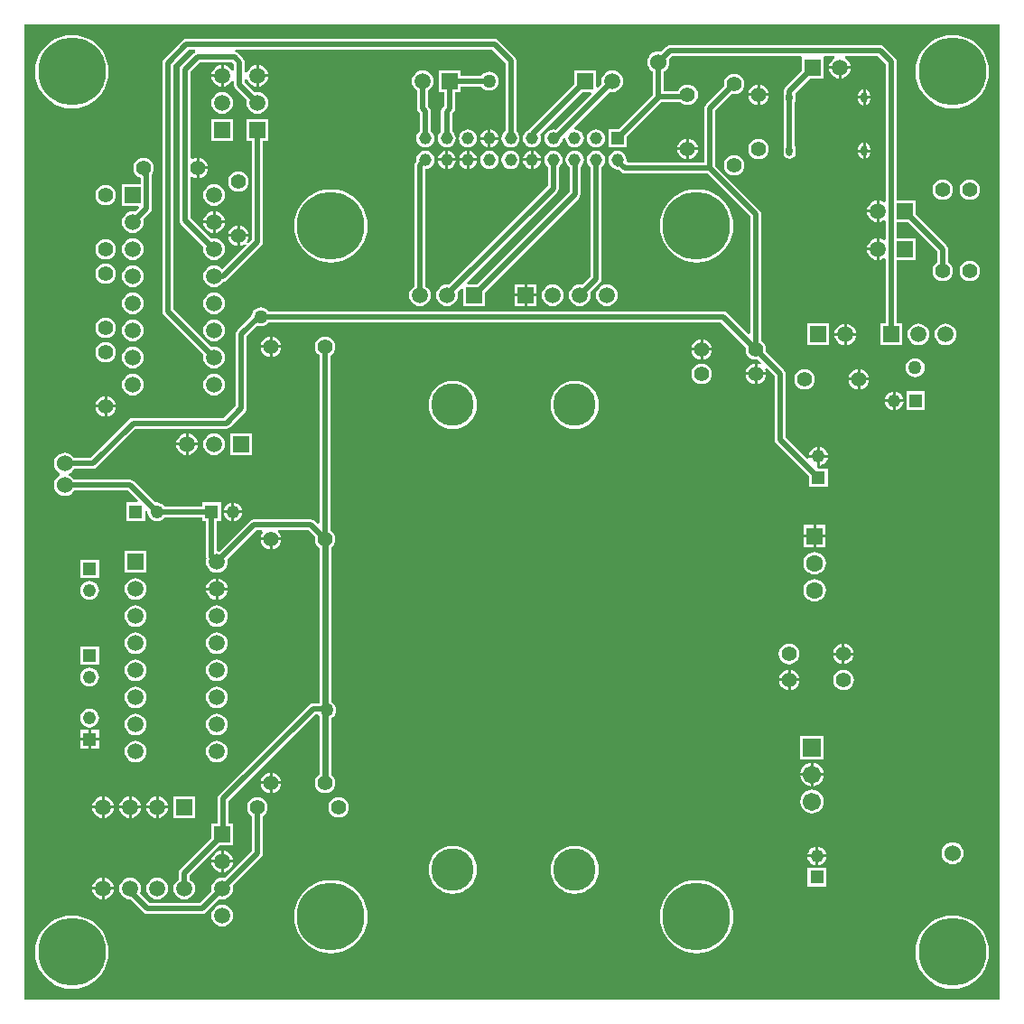
<source format=gtl>
%FSLAX23Y23*%
%MOIN*%
G70*
G01*
G75*
G04 Layer_Physical_Order=1*
G04 Layer_Color=255*
%ADD10C,0.020*%
%ADD11C,0.060*%
%ADD12R,0.059X0.059*%
%ADD13C,0.059*%
%ADD14C,0.055*%
%ADD15C,0.250*%
%ADD16O,0.024X0.039*%
%ADD17R,0.059X0.059*%
%ADD18C,0.046*%
%ADD19R,0.046X0.046*%
%ADD20C,0.049*%
%ADD21R,0.049X0.049*%
%ADD22C,0.157*%
%ADD23R,0.059X0.059*%
%ADD24C,0.059*%
%ADD25R,0.049X0.049*%
%ADD26C,0.063*%
%ADD27R,0.063X0.063*%
%ADD28C,0.067*%
%ADD29R,0.067X0.067*%
%ADD30C,0.050*%
G36*
X4601Y999D02*
X1001D01*
Y4599D01*
X4601D01*
Y999D01*
D02*
G37*
%LPC*%
G36*
X1706Y2509D02*
X1672D01*
X1672Y2504D01*
X1676Y2494D01*
X1683Y2486D01*
X1691Y2479D01*
X1701Y2475D01*
X1706Y2475D01*
Y2509D01*
D02*
G37*
G36*
X1750D02*
X1716D01*
Y2475D01*
X1721Y2475D01*
X1731Y2479D01*
X1739Y2486D01*
X1746Y2494D01*
X1750Y2504D01*
X1750Y2509D01*
D02*
G37*
G36*
X1706Y2553D02*
X1701Y2553D01*
X1691Y2549D01*
X1683Y2542D01*
X1676Y2534D01*
X1672Y2524D01*
X1672Y2519D01*
X1706D01*
Y2553D01*
D02*
G37*
G36*
X1241Y2545D02*
X1232Y2543D01*
X1224Y2540D01*
X1216Y2534D01*
X1211Y2527D01*
X1207Y2519D01*
X1206Y2510D01*
X1207Y2501D01*
X1211Y2492D01*
X1216Y2485D01*
X1224Y2479D01*
X1232Y2476D01*
X1241Y2475D01*
X1250Y2476D01*
X1258Y2479D01*
X1266Y2485D01*
X1271Y2492D01*
X1275Y2501D01*
X1276Y2510D01*
X1275Y2519D01*
X1271Y2527D01*
X1266Y2534D01*
X1258Y2540D01*
X1250Y2543D01*
X1241Y2545D01*
D02*
G37*
G36*
X1711Y2454D02*
X1701Y2453D01*
X1691Y2449D01*
X1683Y2442D01*
X1676Y2434D01*
X1672Y2424D01*
X1671Y2414D01*
X1672Y2404D01*
X1676Y2394D01*
X1683Y2386D01*
X1691Y2379D01*
X1701Y2375D01*
X1711Y2374D01*
X1721Y2375D01*
X1731Y2379D01*
X1739Y2386D01*
X1746Y2394D01*
X1750Y2404D01*
X1751Y2414D01*
X1750Y2424D01*
X1746Y2434D01*
X1739Y2442D01*
X1731Y2449D01*
X1721Y2453D01*
X1711Y2454D01*
D02*
G37*
G36*
X3918Y2552D02*
X3907Y2550D01*
X3897Y2546D01*
X3888Y2540D01*
X3882Y2531D01*
X3878Y2521D01*
X3876Y2510D01*
X3878Y2499D01*
X3882Y2489D01*
X3888Y2480D01*
X3897Y2474D01*
X3907Y2470D01*
X3918Y2468D01*
X3929Y2470D01*
X3939Y2474D01*
X3948Y2480D01*
X3954Y2489D01*
X3958Y2499D01*
X3960Y2510D01*
X3958Y2521D01*
X3954Y2531D01*
X3948Y2540D01*
X3939Y2546D01*
X3929Y2550D01*
X3918Y2552D01*
D02*
G37*
G36*
X1411Y2554D02*
X1401Y2553D01*
X1391Y2549D01*
X1383Y2542D01*
X1376Y2534D01*
X1372Y2524D01*
X1371Y2514D01*
X1372Y2504D01*
X1376Y2494D01*
X1383Y2486D01*
X1391Y2479D01*
X1401Y2475D01*
X1411Y2474D01*
X1421Y2475D01*
X1431Y2479D01*
X1439Y2486D01*
X1446Y2494D01*
X1450Y2504D01*
X1451Y2514D01*
X1450Y2524D01*
X1446Y2534D01*
X1439Y2542D01*
X1431Y2549D01*
X1421Y2553D01*
X1411Y2554D01*
D02*
G37*
G36*
X1906Y2694D02*
X1874D01*
X1874Y2689D01*
X1878Y2680D01*
X1884Y2672D01*
X1892Y2666D01*
X1901Y2662D01*
X1906Y2662D01*
Y2694D01*
D02*
G37*
G36*
X1948D02*
X1916D01*
Y2662D01*
X1921Y2662D01*
X1930Y2666D01*
X1938Y2672D01*
X1944Y2680D01*
X1948Y2689D01*
X1948Y2694D01*
D02*
G37*
G36*
X3913Y2705D02*
X3877D01*
Y2669D01*
X3913D01*
Y2705D01*
D02*
G37*
G36*
X1451Y2654D02*
X1371D01*
Y2574D01*
X1451D01*
Y2654D01*
D02*
G37*
G36*
X1716Y2553D02*
Y2519D01*
X1750D01*
X1750Y2524D01*
X1746Y2534D01*
X1739Y2542D01*
X1731Y2549D01*
X1721Y2553D01*
X1716Y2553D01*
D02*
G37*
G36*
X1276Y2623D02*
X1206D01*
Y2554D01*
X1276D01*
Y2623D01*
D02*
G37*
G36*
X3918Y2652D02*
X3907Y2650D01*
X3897Y2646D01*
X3888Y2640D01*
X3882Y2631D01*
X3878Y2621D01*
X3876Y2610D01*
X3878Y2599D01*
X3882Y2589D01*
X3888Y2580D01*
X3897Y2574D01*
X3907Y2570D01*
X3918Y2568D01*
X3929Y2570D01*
X3939Y2574D01*
X3948Y2580D01*
X3954Y2589D01*
X3958Y2599D01*
X3960Y2610D01*
X3958Y2621D01*
X3954Y2631D01*
X3948Y2640D01*
X3939Y2646D01*
X3929Y2650D01*
X3918Y2652D01*
D02*
G37*
G36*
X1411Y2454D02*
X1401Y2453D01*
X1391Y2449D01*
X1383Y2442D01*
X1376Y2434D01*
X1372Y2424D01*
X1371Y2414D01*
X1372Y2404D01*
X1376Y2394D01*
X1383Y2386D01*
X1391Y2379D01*
X1401Y2375D01*
X1411Y2374D01*
X1421Y2375D01*
X1431Y2379D01*
X1439Y2386D01*
X1446Y2394D01*
X1450Y2404D01*
X1451Y2414D01*
X1450Y2424D01*
X1446Y2434D01*
X1439Y2442D01*
X1431Y2449D01*
X1421Y2453D01*
X1411Y2454D01*
D02*
G37*
G36*
X3820Y2216D02*
X3815Y2216D01*
X3806Y2212D01*
X3798Y2206D01*
X3792Y2198D01*
X3788Y2189D01*
X3788Y2184D01*
X3820D01*
Y2216D01*
D02*
G37*
G36*
X3830D02*
Y2184D01*
X3862D01*
X3862Y2189D01*
X3858Y2198D01*
X3852Y2206D01*
X3844Y2212D01*
X3835Y2216D01*
X3830Y2216D01*
D02*
G37*
G36*
X1276Y2303D02*
X1206D01*
Y2234D01*
X1276D01*
Y2303D01*
D02*
G37*
G36*
X1711Y2254D02*
X1701Y2253D01*
X1691Y2249D01*
X1683Y2242D01*
X1676Y2234D01*
X1672Y2224D01*
X1671Y2214D01*
X1672Y2204D01*
X1676Y2194D01*
X1683Y2186D01*
X1691Y2179D01*
X1701Y2175D01*
X1711Y2174D01*
X1721Y2175D01*
X1731Y2179D01*
X1739Y2186D01*
X1746Y2194D01*
X1750Y2204D01*
X1751Y2214D01*
X1750Y2224D01*
X1746Y2234D01*
X1739Y2242D01*
X1731Y2249D01*
X1721Y2253D01*
X1711Y2254D01*
D02*
G37*
G36*
X3862Y2174D02*
X3830D01*
Y2142D01*
X3835Y2142D01*
X3844Y2146D01*
X3852Y2152D01*
X3858Y2160D01*
X3862Y2169D01*
X3862Y2174D01*
D02*
G37*
G36*
X1241Y2225D02*
X1232Y2223D01*
X1224Y2220D01*
X1216Y2214D01*
X1211Y2207D01*
X1207Y2199D01*
X1206Y2190D01*
X1207Y2181D01*
X1211Y2172D01*
X1216Y2165D01*
X1224Y2159D01*
X1232Y2156D01*
X1241Y2155D01*
X1250Y2156D01*
X1258Y2159D01*
X1266Y2165D01*
X1271Y2172D01*
X1275Y2181D01*
X1276Y2190D01*
X1275Y2199D01*
X1271Y2207D01*
X1266Y2214D01*
X1258Y2220D01*
X1250Y2223D01*
X1241Y2225D01*
D02*
G37*
G36*
X1411Y2254D02*
X1401Y2253D01*
X1391Y2249D01*
X1383Y2242D01*
X1376Y2234D01*
X1372Y2224D01*
X1371Y2214D01*
X1372Y2204D01*
X1376Y2194D01*
X1383Y2186D01*
X1391Y2179D01*
X1401Y2175D01*
X1411Y2174D01*
X1421Y2175D01*
X1431Y2179D01*
X1439Y2186D01*
X1446Y2194D01*
X1450Y2204D01*
X1451Y2214D01*
X1450Y2224D01*
X1446Y2234D01*
X1439Y2242D01*
X1431Y2249D01*
X1421Y2253D01*
X1411Y2254D01*
D02*
G37*
G36*
X1711Y2354D02*
X1701Y2353D01*
X1691Y2349D01*
X1683Y2342D01*
X1676Y2334D01*
X1672Y2324D01*
X1671Y2314D01*
X1672Y2304D01*
X1676Y2294D01*
X1683Y2286D01*
X1691Y2279D01*
X1701Y2275D01*
X1711Y2274D01*
X1721Y2275D01*
X1731Y2279D01*
X1739Y2286D01*
X1746Y2294D01*
X1750Y2304D01*
X1751Y2314D01*
X1750Y2324D01*
X1746Y2334D01*
X1739Y2342D01*
X1731Y2349D01*
X1721Y2353D01*
X1711Y2354D01*
D02*
G37*
G36*
X4018Y2312D02*
X4013Y2312D01*
X4004Y2308D01*
X3996Y2302D01*
X3990Y2294D01*
X3986Y2285D01*
X3986Y2280D01*
X4018D01*
Y2312D01*
D02*
G37*
G36*
X4028D02*
Y2280D01*
X4060D01*
X4060Y2285D01*
X4056Y2294D01*
X4050Y2302D01*
X4042Y2308D01*
X4033Y2312D01*
X4028Y2312D01*
D02*
G37*
G36*
X1411Y2354D02*
X1401Y2353D01*
X1391Y2349D01*
X1383Y2342D01*
X1376Y2334D01*
X1372Y2324D01*
X1371Y2314D01*
X1372Y2304D01*
X1376Y2294D01*
X1383Y2286D01*
X1391Y2279D01*
X1401Y2275D01*
X1411Y2274D01*
X1421Y2275D01*
X1431Y2279D01*
X1439Y2286D01*
X1446Y2294D01*
X1450Y2304D01*
X1451Y2314D01*
X1450Y2324D01*
X1446Y2334D01*
X1439Y2342D01*
X1431Y2349D01*
X1421Y2353D01*
X1411Y2354D01*
D02*
G37*
G36*
X3823Y2313D02*
X3813Y2312D01*
X3804Y2308D01*
X3796Y2302D01*
X3790Y2294D01*
X3786Y2285D01*
X3785Y2275D01*
X3786Y2265D01*
X3790Y2256D01*
X3796Y2248D01*
X3804Y2242D01*
X3813Y2238D01*
X3823Y2237D01*
X3833Y2238D01*
X3842Y2242D01*
X3850Y2248D01*
X3856Y2256D01*
X3860Y2265D01*
X3861Y2275D01*
X3860Y2285D01*
X3856Y2294D01*
X3850Y2302D01*
X3842Y2308D01*
X3833Y2312D01*
X3823Y2313D01*
D02*
G37*
G36*
X4018Y2270D02*
X3986D01*
X3986Y2265D01*
X3990Y2256D01*
X3996Y2248D01*
X4004Y2242D01*
X4013Y2238D01*
X4018Y2238D01*
Y2270D01*
D02*
G37*
G36*
X4060D02*
X4028D01*
Y2238D01*
X4033Y2238D01*
X4042Y2242D01*
X4050Y2248D01*
X4056Y2256D01*
X4060Y2265D01*
X4060Y2270D01*
D02*
G37*
G36*
X3959Y2705D02*
X3923D01*
Y2669D01*
X3959D01*
Y2705D01*
D02*
G37*
G36*
X4325Y3244D02*
X4256D01*
Y3174D01*
X4325D01*
Y3244D01*
D02*
G37*
G36*
X4207Y3204D02*
X4177D01*
X4178Y3200D01*
X4181Y3192D01*
X4187Y3184D01*
X4194Y3179D01*
X4203Y3175D01*
X4207Y3175D01*
Y3204D01*
D02*
G37*
G36*
X4246D02*
X4217D01*
Y3175D01*
X4221Y3175D01*
X4229Y3179D01*
X4236Y3184D01*
X4242Y3192D01*
X4245Y3200D01*
X4246Y3204D01*
D02*
G37*
G36*
X1338Y3184D02*
X1306D01*
Y3152D01*
X1311Y3152D01*
X1320Y3156D01*
X1328Y3162D01*
X1334Y3170D01*
X1338Y3179D01*
X1338Y3184D01*
D02*
G37*
G36*
X2582Y3283D02*
X2565Y3281D01*
X2548Y3276D01*
X2533Y3268D01*
X2519Y3257D01*
X2508Y3244D01*
X2500Y3228D01*
X2495Y3211D01*
X2493Y3194D01*
X2495Y3177D01*
X2500Y3160D01*
X2508Y3144D01*
X2519Y3131D01*
X2533Y3120D01*
X2548Y3112D01*
X2565Y3107D01*
X2582Y3105D01*
X2600Y3107D01*
X2617Y3112D01*
X2632Y3120D01*
X2646Y3131D01*
X2657Y3144D01*
X2665Y3160D01*
X2670Y3177D01*
X2672Y3194D01*
X2670Y3211D01*
X2665Y3228D01*
X2657Y3244D01*
X2646Y3257D01*
X2632Y3268D01*
X2617Y3276D01*
X2600Y3281D01*
X2582Y3283D01*
D02*
G37*
G36*
X3032D02*
X3015Y3281D01*
X2998Y3276D01*
X2983Y3268D01*
X2969Y3257D01*
X2958Y3244D01*
X2950Y3228D01*
X2945Y3211D01*
X2943Y3194D01*
X2945Y3177D01*
X2950Y3160D01*
X2958Y3144D01*
X2969Y3131D01*
X2983Y3120D01*
X2998Y3112D01*
X3015Y3107D01*
X3032Y3105D01*
X3050Y3107D01*
X3067Y3112D01*
X3082Y3120D01*
X3096Y3131D01*
X3107Y3144D01*
X3115Y3160D01*
X3120Y3177D01*
X3122Y3194D01*
X3120Y3211D01*
X3115Y3228D01*
X3107Y3244D01*
X3096Y3257D01*
X3082Y3268D01*
X3067Y3276D01*
X3050Y3281D01*
X3032Y3283D01*
D02*
G37*
G36*
X1296Y3184D02*
X1264D01*
X1264Y3179D01*
X1268Y3170D01*
X1274Y3162D01*
X1282Y3156D01*
X1291Y3152D01*
X1296Y3152D01*
Y3184D01*
D02*
G37*
G36*
X1401Y3309D02*
X1391Y3308D01*
X1381Y3304D01*
X1373Y3297D01*
X1366Y3289D01*
X1362Y3279D01*
X1361Y3269D01*
X1362Y3259D01*
X1366Y3249D01*
X1373Y3241D01*
X1381Y3234D01*
X1391Y3230D01*
X1401Y3229D01*
X1411Y3230D01*
X1421Y3234D01*
X1429Y3241D01*
X1436Y3249D01*
X1440Y3259D01*
X1441Y3269D01*
X1440Y3279D01*
X1436Y3289D01*
X1429Y3297D01*
X1421Y3304D01*
X1411Y3308D01*
X1401Y3309D01*
D02*
G37*
G36*
X1701D02*
X1691Y3308D01*
X1681Y3304D01*
X1673Y3297D01*
X1666Y3289D01*
X1662Y3279D01*
X1661Y3269D01*
X1662Y3259D01*
X1666Y3249D01*
X1673Y3241D01*
X1681Y3234D01*
X1691Y3230D01*
X1701Y3229D01*
X1711Y3230D01*
X1721Y3234D01*
X1729Y3241D01*
X1736Y3249D01*
X1740Y3259D01*
X1741Y3269D01*
X1740Y3279D01*
X1736Y3289D01*
X1729Y3297D01*
X1721Y3304D01*
X1711Y3308D01*
X1701Y3309D01*
D02*
G37*
G36*
X3881Y3327D02*
X3871Y3326D01*
X3862Y3322D01*
X3854Y3316D01*
X3848Y3308D01*
X3844Y3299D01*
X3843Y3289D01*
X3844Y3279D01*
X3848Y3270D01*
X3854Y3262D01*
X3862Y3256D01*
X3871Y3252D01*
X3881Y3251D01*
X3891Y3252D01*
X3900Y3256D01*
X3908Y3262D01*
X3914Y3270D01*
X3918Y3279D01*
X3919Y3289D01*
X3918Y3299D01*
X3914Y3308D01*
X3908Y3316D01*
X3900Y3322D01*
X3891Y3326D01*
X3881Y3327D01*
D02*
G37*
G36*
X4217Y3243D02*
Y3214D01*
X4246D01*
X4245Y3218D01*
X4242Y3226D01*
X4236Y3234D01*
X4229Y3239D01*
X4221Y3243D01*
X4217Y3243D01*
D02*
G37*
G36*
X1296Y3226D02*
X1291Y3226D01*
X1282Y3222D01*
X1274Y3216D01*
X1268Y3208D01*
X1264Y3199D01*
X1264Y3194D01*
X1296D01*
Y3226D01*
D02*
G37*
G36*
X1306D02*
Y3194D01*
X1338D01*
X1338Y3199D01*
X1334Y3208D01*
X1328Y3216D01*
X1320Y3222D01*
X1311Y3226D01*
X1306Y3226D01*
D02*
G37*
G36*
X4207Y3243D02*
X4203Y3243D01*
X4194Y3239D01*
X4187Y3234D01*
X4181Y3226D01*
X4178Y3218D01*
X4177Y3214D01*
X4207D01*
Y3243D01*
D02*
G37*
G36*
X1606Y3088D02*
Y3054D01*
X1640D01*
X1640Y3059D01*
X1636Y3069D01*
X1629Y3077D01*
X1621Y3084D01*
X1611Y3088D01*
X1606Y3088D01*
D02*
G37*
G36*
X1765Y2833D02*
X1761Y2833D01*
X1753Y2829D01*
X1746Y2824D01*
X1740Y2816D01*
X1737Y2808D01*
X1736Y2804D01*
X1765D01*
Y2833D01*
D02*
G37*
G36*
X1775D02*
Y2804D01*
X1805D01*
X1804Y2808D01*
X1801Y2816D01*
X1795Y2824D01*
X1788Y2829D01*
X1779Y2833D01*
X1775Y2833D01*
D02*
G37*
G36*
X3966Y2999D02*
X3937D01*
Y2970D01*
X3941Y2971D01*
X3949Y2974D01*
X3957Y2980D01*
X3962Y2987D01*
X3966Y2995D01*
X3966Y2999D01*
D02*
G37*
G36*
X1805Y2794D02*
X1775D01*
Y2765D01*
X1779Y2765D01*
X1788Y2769D01*
X1795Y2774D01*
X1801Y2782D01*
X1804Y2790D01*
X1805Y2794D01*
D02*
G37*
G36*
X3913Y2751D02*
X3877D01*
Y2715D01*
X3913D01*
Y2751D01*
D02*
G37*
G36*
X3959D02*
X3923D01*
Y2715D01*
X3959D01*
Y2751D01*
D02*
G37*
G36*
X1765Y2794D02*
X1736D01*
X1737Y2790D01*
X1740Y2782D01*
X1746Y2774D01*
X1753Y2769D01*
X1761Y2765D01*
X1765Y2765D01*
Y2794D01*
D02*
G37*
G36*
X1596Y3044D02*
X1562D01*
X1562Y3039D01*
X1566Y3029D01*
X1573Y3021D01*
X1581Y3014D01*
X1591Y3010D01*
X1596Y3010D01*
Y3044D01*
D02*
G37*
G36*
X1640D02*
X1606D01*
Y3010D01*
X1611Y3010D01*
X1621Y3014D01*
X1629Y3021D01*
X1636Y3029D01*
X1640Y3039D01*
X1640Y3044D01*
D02*
G37*
G36*
X1596Y3088D02*
X1591Y3088D01*
X1581Y3084D01*
X1573Y3077D01*
X1566Y3069D01*
X1562Y3059D01*
X1562Y3054D01*
X1596D01*
Y3088D01*
D02*
G37*
G36*
X1841Y3089D02*
X1761D01*
Y3009D01*
X1841D01*
Y3089D01*
D02*
G37*
G36*
X1701Y3089D02*
X1691Y3088D01*
X1681Y3084D01*
X1673Y3077D01*
X1666Y3069D01*
X1662Y3059D01*
X1661Y3049D01*
X1662Y3039D01*
X1666Y3029D01*
X1673Y3021D01*
X1681Y3014D01*
X1691Y3010D01*
X1701Y3009D01*
X1711Y3010D01*
X1721Y3014D01*
X1729Y3021D01*
X1736Y3029D01*
X1740Y3039D01*
X1741Y3049D01*
X1740Y3059D01*
X1736Y3069D01*
X1729Y3077D01*
X1721Y3084D01*
X1711Y3088D01*
X1701Y3089D01*
D02*
G37*
G36*
X3927Y3039D02*
X3923Y3038D01*
X3915Y3035D01*
X3907Y3029D01*
X3902Y3022D01*
X3898Y3013D01*
X3898Y3009D01*
X3927D01*
Y3039D01*
D02*
G37*
G36*
X3937D02*
Y3009D01*
X3966D01*
X3966Y3013D01*
X3962Y3022D01*
X3957Y3029D01*
X3949Y3035D01*
X3941Y3038D01*
X3937Y3039D01*
D02*
G37*
G36*
X3820Y2174D02*
X3788D01*
X3788Y2169D01*
X3792Y2160D01*
X3798Y2152D01*
X3806Y2146D01*
X3815Y2142D01*
X3820Y2142D01*
Y2174D01*
D02*
G37*
G36*
X1726Y1548D02*
X1721Y1548D01*
X1711Y1544D01*
X1703Y1537D01*
X1696Y1529D01*
X1692Y1519D01*
X1692Y1514D01*
X1726D01*
Y1548D01*
D02*
G37*
G36*
X1736D02*
Y1514D01*
X1770D01*
X1770Y1519D01*
X1766Y1529D01*
X1759Y1537D01*
X1751Y1544D01*
X1741Y1548D01*
X1736Y1548D01*
D02*
G37*
G36*
X3921Y1564D02*
X3917Y1563D01*
X3909Y1560D01*
X3901Y1554D01*
X3896Y1547D01*
X3892Y1538D01*
X3892Y1534D01*
X3921D01*
Y1564D01*
D02*
G37*
G36*
X4427Y1579D02*
X4417Y1578D01*
X4407Y1574D01*
X4398Y1568D01*
X4392Y1559D01*
X4388Y1549D01*
X4387Y1539D01*
X4388Y1529D01*
X4392Y1519D01*
X4398Y1510D01*
X4407Y1504D01*
X4417Y1500D01*
X4427Y1499D01*
X4437Y1500D01*
X4447Y1504D01*
X4456Y1510D01*
X4462Y1519D01*
X4466Y1529D01*
X4467Y1539D01*
X4466Y1549D01*
X4462Y1559D01*
X4456Y1568D01*
X4447Y1574D01*
X4437Y1578D01*
X4427Y1579D01*
D02*
G37*
G36*
X1770Y1504D02*
X1736D01*
Y1470D01*
X1741Y1470D01*
X1751Y1474D01*
X1759Y1481D01*
X1766Y1489D01*
X1770Y1499D01*
X1770Y1504D01*
D02*
G37*
G36*
X3921Y1524D02*
X3892D01*
X3892Y1520D01*
X3896Y1512D01*
X3901Y1505D01*
X3909Y1499D01*
X3917Y1496D01*
X3921Y1495D01*
Y1524D01*
D02*
G37*
G36*
X3960D02*
X3931D01*
Y1495D01*
X3935Y1496D01*
X3943Y1499D01*
X3951Y1505D01*
X3956Y1512D01*
X3960Y1520D01*
X3960Y1524D01*
D02*
G37*
G36*
X1386Y1704D02*
X1352D01*
X1352Y1699D01*
X1356Y1689D01*
X1363Y1681D01*
X1371Y1674D01*
X1381Y1670D01*
X1386Y1670D01*
Y1704D01*
D02*
G37*
G36*
X1430D02*
X1396D01*
Y1670D01*
X1401Y1670D01*
X1411Y1674D01*
X1419Y1681D01*
X1426Y1689D01*
X1430Y1699D01*
X1430Y1704D01*
D02*
G37*
G36*
X1486D02*
X1452D01*
X1452Y1699D01*
X1456Y1689D01*
X1463Y1681D01*
X1471Y1674D01*
X1481Y1670D01*
X1486Y1670D01*
Y1704D01*
D02*
G37*
G36*
X1330D02*
X1296D01*
Y1670D01*
X1301Y1670D01*
X1311Y1674D01*
X1319Y1681D01*
X1326Y1689D01*
X1330Y1699D01*
X1330Y1704D01*
D02*
G37*
G36*
X3931Y1564D02*
Y1534D01*
X3960D01*
X3960Y1538D01*
X3956Y1547D01*
X3951Y1554D01*
X3943Y1560D01*
X3935Y1563D01*
X3931Y1564D01*
D02*
G37*
G36*
X1631Y1749D02*
X1551D01*
Y1669D01*
X1631D01*
Y1749D01*
D02*
G37*
G36*
X1286Y1704D02*
X1252D01*
X1252Y1699D01*
X1256Y1689D01*
X1263Y1681D01*
X1271Y1674D01*
X1281Y1670D01*
X1286Y1670D01*
Y1704D01*
D02*
G37*
G36*
X1726Y1504D02*
X1692D01*
X1692Y1499D01*
X1696Y1489D01*
X1703Y1481D01*
X1711Y1474D01*
X1721Y1470D01*
X1726Y1470D01*
Y1504D01*
D02*
G37*
G36*
X1731Y1349D02*
X1721Y1348D01*
X1711Y1344D01*
X1703Y1337D01*
X1696Y1329D01*
X1692Y1319D01*
X1691Y1309D01*
X1692Y1299D01*
X1696Y1289D01*
X1703Y1281D01*
X1711Y1274D01*
X1721Y1270D01*
X1731Y1269D01*
X1741Y1270D01*
X1751Y1274D01*
X1759Y1281D01*
X1766Y1289D01*
X1770Y1299D01*
X1771Y1309D01*
X1770Y1319D01*
X1766Y1329D01*
X1759Y1337D01*
X1751Y1344D01*
X1741Y1348D01*
X1731Y1349D01*
D02*
G37*
G36*
X1491Y1449D02*
X1481Y1448D01*
X1471Y1444D01*
X1463Y1437D01*
X1456Y1429D01*
X1452Y1419D01*
X1451Y1409D01*
X1452Y1399D01*
X1456Y1389D01*
X1463Y1381D01*
X1471Y1374D01*
X1481Y1370D01*
X1491Y1369D01*
X1501Y1370D01*
X1511Y1374D01*
X1519Y1381D01*
X1526Y1389D01*
X1530Y1399D01*
X1531Y1409D01*
X1530Y1419D01*
X1526Y1429D01*
X1519Y1437D01*
X1511Y1444D01*
X1501Y1448D01*
X1491Y1449D01*
D02*
G37*
G36*
X1286Y1404D02*
X1252D01*
X1252Y1399D01*
X1256Y1389D01*
X1263Y1381D01*
X1271Y1374D01*
X1281Y1370D01*
X1286Y1370D01*
Y1404D01*
D02*
G37*
G36*
X3482Y1440D02*
X3461Y1439D01*
X3441Y1434D01*
X3421Y1426D01*
X3403Y1415D01*
X3387Y1401D01*
X3373Y1385D01*
X3362Y1366D01*
X3354Y1347D01*
X3349Y1326D01*
X3347Y1305D01*
X3349Y1284D01*
X3354Y1263D01*
X3362Y1244D01*
X3373Y1225D01*
X3387Y1209D01*
X3403Y1195D01*
X3421Y1184D01*
X3441Y1176D01*
X3461Y1171D01*
X3482Y1170D01*
X3504Y1171D01*
X3524Y1176D01*
X3544Y1184D01*
X3562Y1195D01*
X3578Y1209D01*
X3592Y1225D01*
X3603Y1244D01*
X3611Y1263D01*
X3616Y1284D01*
X3618Y1305D01*
X3616Y1326D01*
X3611Y1347D01*
X3603Y1366D01*
X3592Y1385D01*
X3578Y1401D01*
X3562Y1415D01*
X3544Y1426D01*
X3524Y1434D01*
X3504Y1439D01*
X3482Y1440D01*
D02*
G37*
G36*
X1176Y1309D02*
X1155Y1308D01*
X1134Y1303D01*
X1115Y1295D01*
X1096Y1284D01*
X1080Y1270D01*
X1066Y1254D01*
X1055Y1235D01*
X1047Y1216D01*
X1042Y1195D01*
X1041Y1174D01*
X1042Y1153D01*
X1047Y1132D01*
X1055Y1113D01*
X1066Y1094D01*
X1080Y1078D01*
X1096Y1064D01*
X1115Y1053D01*
X1134Y1045D01*
X1155Y1040D01*
X1176Y1039D01*
X1197Y1040D01*
X1218Y1045D01*
X1237Y1053D01*
X1256Y1064D01*
X1272Y1078D01*
X1286Y1094D01*
X1297Y1113D01*
X1305Y1132D01*
X1310Y1153D01*
X1311Y1174D01*
X1310Y1195D01*
X1305Y1216D01*
X1297Y1235D01*
X1286Y1254D01*
X1272Y1270D01*
X1256Y1284D01*
X1237Y1295D01*
X1218Y1303D01*
X1197Y1308D01*
X1176Y1309D01*
D02*
G37*
G36*
X4426D02*
X4405Y1308D01*
X4384Y1303D01*
X4365Y1295D01*
X4346Y1284D01*
X4330Y1270D01*
X4316Y1254D01*
X4305Y1235D01*
X4297Y1216D01*
X4292Y1195D01*
X4291Y1174D01*
X4292Y1153D01*
X4297Y1132D01*
X4305Y1113D01*
X4316Y1094D01*
X4330Y1078D01*
X4346Y1064D01*
X4365Y1053D01*
X4384Y1045D01*
X4405Y1040D01*
X4426Y1039D01*
X4447Y1040D01*
X4468Y1045D01*
X4487Y1053D01*
X4506Y1064D01*
X4522Y1078D01*
X4536Y1094D01*
X4547Y1113D01*
X4555Y1132D01*
X4560Y1153D01*
X4561Y1174D01*
X4560Y1195D01*
X4555Y1216D01*
X4547Y1235D01*
X4536Y1254D01*
X4522Y1270D01*
X4506Y1284D01*
X4487Y1295D01*
X4468Y1303D01*
X4447Y1308D01*
X4426Y1309D01*
D02*
G37*
G36*
X2132Y1440D02*
X2111Y1439D01*
X2091Y1434D01*
X2071Y1426D01*
X2053Y1415D01*
X2037Y1401D01*
X2023Y1385D01*
X2012Y1366D01*
X2004Y1347D01*
X1999Y1326D01*
X1997Y1305D01*
X1999Y1284D01*
X2004Y1263D01*
X2012Y1244D01*
X2023Y1225D01*
X2037Y1209D01*
X2053Y1195D01*
X2071Y1184D01*
X2091Y1176D01*
X2111Y1171D01*
X2132Y1170D01*
X2154Y1171D01*
X2174Y1176D01*
X2194Y1184D01*
X2212Y1195D01*
X2228Y1209D01*
X2242Y1225D01*
X2253Y1244D01*
X2261Y1263D01*
X2266Y1284D01*
X2268Y1305D01*
X2266Y1326D01*
X2261Y1347D01*
X2253Y1366D01*
X2242Y1385D01*
X2228Y1401D01*
X2212Y1415D01*
X2194Y1426D01*
X2174Y1434D01*
X2154Y1439D01*
X2132Y1440D01*
D02*
G37*
G36*
X1296Y1448D02*
Y1414D01*
X1330D01*
X1330Y1419D01*
X1326Y1429D01*
X1319Y1437D01*
X1311Y1444D01*
X1301Y1448D01*
X1296Y1448D01*
D02*
G37*
G36*
X3961Y1485D02*
X3891D01*
Y1416D01*
X3961D01*
Y1485D01*
D02*
G37*
G36*
X1861Y1747D02*
X1851Y1746D01*
X1842Y1742D01*
X1834Y1736D01*
X1828Y1728D01*
X1824Y1719D01*
X1823Y1709D01*
X1824Y1699D01*
X1828Y1690D01*
X1834Y1682D01*
X1841Y1677D01*
Y1547D01*
X1741Y1448D01*
X1731Y1449D01*
X1721Y1448D01*
X1711Y1444D01*
X1703Y1437D01*
X1696Y1429D01*
X1692Y1419D01*
X1691Y1409D01*
X1692Y1399D01*
X1649Y1355D01*
X1463D01*
X1427Y1392D01*
X1430Y1399D01*
X1431Y1409D01*
X1430Y1419D01*
X1426Y1429D01*
X1419Y1437D01*
X1411Y1444D01*
X1401Y1448D01*
X1391Y1449D01*
X1381Y1448D01*
X1371Y1444D01*
X1363Y1437D01*
X1356Y1429D01*
X1352Y1419D01*
X1351Y1409D01*
X1352Y1399D01*
X1356Y1389D01*
X1363Y1381D01*
X1371Y1374D01*
X1381Y1370D01*
X1391Y1369D01*
X1392Y1369D01*
X1441Y1321D01*
X1447Y1316D01*
X1455Y1315D01*
X1657D01*
X1665Y1316D01*
X1671Y1321D01*
X1721Y1370D01*
X1731Y1369D01*
X1741Y1370D01*
X1751Y1374D01*
X1759Y1381D01*
X1766Y1389D01*
X1770Y1399D01*
X1771Y1409D01*
X1770Y1419D01*
X1875Y1525D01*
X1880Y1531D01*
X1881Y1539D01*
X1881Y1539D01*
Y1677D01*
X1888Y1682D01*
X1894Y1690D01*
X1898Y1699D01*
X1899Y1709D01*
X1898Y1719D01*
X1894Y1728D01*
X1888Y1736D01*
X1880Y1742D01*
X1871Y1746D01*
X1861Y1747D01*
D02*
G37*
G36*
X1286Y1448D02*
X1281Y1448D01*
X1271Y1444D01*
X1263Y1437D01*
X1256Y1429D01*
X1252Y1419D01*
X1252Y1414D01*
X1286D01*
Y1448D01*
D02*
G37*
G36*
X1330Y1404D02*
X1296D01*
Y1370D01*
X1301Y1370D01*
X1311Y1374D01*
X1319Y1381D01*
X1326Y1389D01*
X1330Y1399D01*
X1330Y1404D01*
D02*
G37*
G36*
X2582Y1567D02*
X2565Y1565D01*
X2548Y1560D01*
X2533Y1552D01*
X2519Y1541D01*
X2508Y1528D01*
X2500Y1512D01*
X2495Y1495D01*
X2493Y1478D01*
X2495Y1461D01*
X2500Y1444D01*
X2508Y1428D01*
X2519Y1415D01*
X2533Y1404D01*
X2548Y1396D01*
X2565Y1391D01*
X2582Y1389D01*
X2600Y1391D01*
X2617Y1396D01*
X2632Y1404D01*
X2646Y1415D01*
X2657Y1428D01*
X2665Y1444D01*
X2670Y1461D01*
X2672Y1478D01*
X2670Y1495D01*
X2665Y1512D01*
X2657Y1528D01*
X2646Y1541D01*
X2632Y1552D01*
X2617Y1560D01*
X2600Y1565D01*
X2582Y1567D01*
D02*
G37*
G36*
X3032D02*
X3015Y1565D01*
X2998Y1560D01*
X2983Y1552D01*
X2969Y1541D01*
X2958Y1528D01*
X2950Y1512D01*
X2945Y1495D01*
X2943Y1478D01*
X2945Y1461D01*
X2950Y1444D01*
X2958Y1428D01*
X2969Y1415D01*
X2983Y1404D01*
X2998Y1396D01*
X3015Y1391D01*
X3032Y1389D01*
X3050Y1391D01*
X3067Y1396D01*
X3082Y1404D01*
X3096Y1415D01*
X3107Y1428D01*
X3115Y1444D01*
X3120Y1461D01*
X3122Y1478D01*
X3120Y1495D01*
X3115Y1512D01*
X3107Y1528D01*
X3096Y1541D01*
X3082Y1552D01*
X3067Y1560D01*
X3050Y1565D01*
X3032Y1567D01*
D02*
G37*
G36*
X1530Y1704D02*
X1496D01*
Y1670D01*
X1501Y1670D01*
X1511Y1674D01*
X1519Y1681D01*
X1526Y1689D01*
X1530Y1699D01*
X1530Y1704D01*
D02*
G37*
G36*
X1236Y1955D02*
X1206D01*
Y1925D01*
X1236D01*
Y1955D01*
D02*
G37*
G36*
X1276D02*
X1246D01*
Y1925D01*
X1276D01*
Y1955D01*
D02*
G37*
G36*
X1236Y1994D02*
X1206D01*
Y1965D01*
X1236D01*
Y1994D01*
D02*
G37*
G36*
X3951Y1973D02*
X3865D01*
Y1887D01*
X3951D01*
Y1973D01*
D02*
G37*
G36*
X3913Y1873D02*
Y1835D01*
X3951D01*
X3950Y1841D01*
X3946Y1852D01*
X3939Y1861D01*
X3930Y1868D01*
X3919Y1872D01*
X3913Y1873D01*
D02*
G37*
G36*
X1411Y1954D02*
X1401Y1953D01*
X1391Y1949D01*
X1383Y1942D01*
X1376Y1934D01*
X1372Y1924D01*
X1371Y1914D01*
X1372Y1904D01*
X1376Y1894D01*
X1383Y1886D01*
X1391Y1879D01*
X1401Y1875D01*
X1411Y1874D01*
X1421Y1875D01*
X1431Y1879D01*
X1439Y1886D01*
X1446Y1894D01*
X1450Y1904D01*
X1451Y1914D01*
X1450Y1924D01*
X1446Y1934D01*
X1439Y1942D01*
X1431Y1949D01*
X1421Y1953D01*
X1411Y1954D01*
D02*
G37*
G36*
X1711D02*
X1701Y1953D01*
X1691Y1949D01*
X1683Y1942D01*
X1676Y1934D01*
X1672Y1924D01*
X1671Y1914D01*
X1672Y1904D01*
X1676Y1894D01*
X1683Y1886D01*
X1691Y1879D01*
X1701Y1875D01*
X1711Y1874D01*
X1721Y1875D01*
X1731Y1879D01*
X1739Y1886D01*
X1746Y1894D01*
X1750Y1904D01*
X1751Y1914D01*
X1750Y1924D01*
X1746Y1934D01*
X1739Y1942D01*
X1731Y1949D01*
X1721Y1953D01*
X1711Y1954D01*
D02*
G37*
G36*
X1411Y2154D02*
X1401Y2153D01*
X1391Y2149D01*
X1383Y2142D01*
X1376Y2134D01*
X1372Y2124D01*
X1371Y2114D01*
X1372Y2104D01*
X1376Y2094D01*
X1383Y2086D01*
X1391Y2079D01*
X1401Y2075D01*
X1411Y2074D01*
X1421Y2075D01*
X1431Y2079D01*
X1439Y2086D01*
X1446Y2094D01*
X1450Y2104D01*
X1451Y2114D01*
X1450Y2124D01*
X1446Y2134D01*
X1439Y2142D01*
X1431Y2149D01*
X1421Y2153D01*
X1411Y2154D01*
D02*
G37*
G36*
X1711D02*
X1701Y2153D01*
X1691Y2149D01*
X1683Y2142D01*
X1676Y2134D01*
X1672Y2124D01*
X1671Y2114D01*
X1672Y2104D01*
X1676Y2094D01*
X1683Y2086D01*
X1691Y2079D01*
X1701Y2075D01*
X1711Y2074D01*
X1721Y2075D01*
X1731Y2079D01*
X1739Y2086D01*
X1746Y2094D01*
X1750Y2104D01*
X1751Y2114D01*
X1750Y2124D01*
X1746Y2134D01*
X1739Y2142D01*
X1731Y2149D01*
X1721Y2153D01*
X1711Y2154D01*
D02*
G37*
G36*
X4025Y2217D02*
X4015Y2216D01*
X4006Y2212D01*
X3998Y2206D01*
X3992Y2198D01*
X3988Y2189D01*
X3987Y2179D01*
X3988Y2169D01*
X3992Y2160D01*
X3998Y2152D01*
X4006Y2146D01*
X4015Y2142D01*
X4025Y2141D01*
X4035Y2142D01*
X4044Y2146D01*
X4052Y2152D01*
X4058Y2160D01*
X4062Y2169D01*
X4063Y2179D01*
X4062Y2189D01*
X4058Y2198D01*
X4052Y2206D01*
X4044Y2212D01*
X4035Y2216D01*
X4025Y2217D01*
D02*
G37*
G36*
X1241Y2073D02*
X1232Y2072D01*
X1224Y2069D01*
X1216Y2063D01*
X1211Y2056D01*
X1207Y2047D01*
X1206Y2038D01*
X1207Y2029D01*
X1211Y2021D01*
X1216Y2014D01*
X1224Y2008D01*
X1232Y2005D01*
X1241Y2003D01*
X1250Y2005D01*
X1258Y2008D01*
X1266Y2014D01*
X1271Y2021D01*
X1275Y2029D01*
X1276Y2038D01*
X1275Y2047D01*
X1271Y2056D01*
X1266Y2063D01*
X1258Y2069D01*
X1250Y2072D01*
X1241Y2073D01*
D02*
G37*
G36*
X1276Y1994D02*
X1246D01*
Y1965D01*
X1276D01*
Y1994D01*
D02*
G37*
G36*
X1411Y2054D02*
X1401Y2053D01*
X1391Y2049D01*
X1383Y2042D01*
X1376Y2034D01*
X1372Y2024D01*
X1371Y2014D01*
X1372Y2004D01*
X1376Y1994D01*
X1383Y1986D01*
X1391Y1979D01*
X1401Y1975D01*
X1411Y1974D01*
X1421Y1975D01*
X1431Y1979D01*
X1439Y1986D01*
X1446Y1994D01*
X1450Y2004D01*
X1451Y2014D01*
X1450Y2024D01*
X1446Y2034D01*
X1439Y2042D01*
X1431Y2049D01*
X1421Y2053D01*
X1411Y2054D01*
D02*
G37*
G36*
X1711D02*
X1701Y2053D01*
X1691Y2049D01*
X1683Y2042D01*
X1676Y2034D01*
X1672Y2024D01*
X1671Y2014D01*
X1672Y2004D01*
X1676Y1994D01*
X1683Y1986D01*
X1691Y1979D01*
X1701Y1975D01*
X1711Y1974D01*
X1721Y1975D01*
X1731Y1979D01*
X1739Y1986D01*
X1746Y1994D01*
X1750Y2004D01*
X1751Y2014D01*
X1750Y2024D01*
X1746Y2034D01*
X1739Y2042D01*
X1731Y2049D01*
X1721Y2053D01*
X1711Y2054D01*
D02*
G37*
G36*
X3903Y1873D02*
X3897Y1872D01*
X3886Y1868D01*
X3877Y1861D01*
X3870Y1852D01*
X3866Y1841D01*
X3865Y1835D01*
X3903D01*
Y1873D01*
D02*
G37*
G36*
X1386Y1748D02*
X1381Y1748D01*
X1371Y1744D01*
X1363Y1737D01*
X1356Y1729D01*
X1352Y1719D01*
X1352Y1714D01*
X1386D01*
Y1748D01*
D02*
G37*
G36*
X1396D02*
Y1714D01*
X1430D01*
X1430Y1719D01*
X1426Y1729D01*
X1419Y1737D01*
X1411Y1744D01*
X1401Y1748D01*
X1396Y1748D01*
D02*
G37*
G36*
X1486D02*
X1481Y1748D01*
X1471Y1744D01*
X1463Y1737D01*
X1456Y1729D01*
X1452Y1719D01*
X1452Y1714D01*
X1486D01*
Y1748D01*
D02*
G37*
G36*
X1296D02*
Y1714D01*
X1330D01*
X1330Y1719D01*
X1326Y1729D01*
X1319Y1737D01*
X1311Y1744D01*
X1301Y1748D01*
X1296Y1748D01*
D02*
G37*
G36*
X2161Y1747D02*
X2151Y1746D01*
X2142Y1742D01*
X2134Y1736D01*
X2128Y1728D01*
X2124Y1719D01*
X2123Y1709D01*
X2124Y1699D01*
X2128Y1690D01*
X2134Y1682D01*
X2142Y1676D01*
X2151Y1672D01*
X2161Y1671D01*
X2171Y1672D01*
X2180Y1676D01*
X2188Y1682D01*
X2194Y1690D01*
X2198Y1699D01*
X2199Y1709D01*
X2198Y1719D01*
X2194Y1728D01*
X2188Y1736D01*
X2180Y1742D01*
X2171Y1746D01*
X2161Y1747D01*
D02*
G37*
G36*
X3908Y1774D02*
X3897Y1772D01*
X3886Y1768D01*
X3877Y1761D01*
X3870Y1752D01*
X3866Y1741D01*
X3864Y1730D01*
X3866Y1719D01*
X3870Y1708D01*
X3877Y1699D01*
X3886Y1692D01*
X3897Y1688D01*
X3908Y1686D01*
X3919Y1688D01*
X3930Y1692D01*
X3939Y1699D01*
X3946Y1708D01*
X3950Y1719D01*
X3952Y1730D01*
X3950Y1741D01*
X3946Y1752D01*
X3939Y1761D01*
X3930Y1768D01*
X3919Y1772D01*
X3908Y1774D01*
D02*
G37*
G36*
X1286Y1748D02*
X1281Y1748D01*
X1271Y1744D01*
X1263Y1737D01*
X1256Y1729D01*
X1252Y1719D01*
X1252Y1714D01*
X1286D01*
Y1748D01*
D02*
G37*
G36*
X3951Y1825D02*
X3913D01*
Y1787D01*
X3919Y1788D01*
X3930Y1792D01*
X3939Y1799D01*
X3946Y1808D01*
X3950Y1819D01*
X3951Y1825D01*
D02*
G37*
G36*
X1906Y1836D02*
X1901Y1836D01*
X1892Y1832D01*
X1884Y1826D01*
X1878Y1818D01*
X1874Y1809D01*
X1874Y1804D01*
X1906D01*
Y1836D01*
D02*
G37*
G36*
X1916D02*
Y1804D01*
X1948D01*
X1948Y1809D01*
X1944Y1818D01*
X1938Y1826D01*
X1930Y1832D01*
X1921Y1836D01*
X1916Y1836D01*
D02*
G37*
G36*
X3903Y1825D02*
X3865D01*
X3866Y1819D01*
X3870Y1808D01*
X3877Y1799D01*
X3886Y1792D01*
X3897Y1788D01*
X3903Y1787D01*
Y1825D01*
D02*
G37*
G36*
X1496Y1748D02*
Y1714D01*
X1530D01*
X1530Y1719D01*
X1526Y1729D01*
X1519Y1737D01*
X1511Y1744D01*
X1501Y1748D01*
X1496Y1748D01*
D02*
G37*
G36*
X1906Y1794D02*
X1874D01*
X1874Y1789D01*
X1878Y1780D01*
X1884Y1772D01*
X1892Y1766D01*
X1901Y1762D01*
X1906Y1762D01*
Y1794D01*
D02*
G37*
G36*
X1948D02*
X1916D01*
Y1762D01*
X1921Y1762D01*
X1930Y1766D01*
X1938Y1772D01*
X1944Y1780D01*
X1948Y1789D01*
X1948Y1794D01*
D02*
G37*
G36*
X4076Y3284D02*
X4044D01*
X4044Y3279D01*
X4048Y3270D01*
X4054Y3262D01*
X4062Y3256D01*
X4071Y3252D01*
X4076Y3252D01*
Y3284D01*
D02*
G37*
G36*
X4123Y4127D02*
X4106D01*
Y4103D01*
X4109Y4104D01*
X4116Y4109D01*
X4121Y4116D01*
X4123Y4125D01*
Y4127D01*
D02*
G37*
G36*
X2555Y4132D02*
X2551Y4131D01*
X2543Y4128D01*
X2536Y4123D01*
X2531Y4116D01*
X2527Y4108D01*
X2527Y4104D01*
X2555D01*
Y4132D01*
D02*
G37*
G36*
X2565D02*
Y4104D01*
X2593D01*
X2592Y4108D01*
X2589Y4116D01*
X2583Y4123D01*
X2576Y4128D01*
X2568Y4131D01*
X2565Y4132D01*
D02*
G37*
G36*
X4096Y4127D02*
X4078D01*
Y4125D01*
X4080Y4116D01*
X4085Y4109D01*
X4092Y4104D01*
X4096Y4103D01*
Y4127D01*
D02*
G37*
G36*
X3711Y4177D02*
X3701Y4176D01*
X3692Y4172D01*
X3684Y4166D01*
X3678Y4158D01*
X3674Y4149D01*
X3673Y4139D01*
X3674Y4129D01*
X3678Y4120D01*
X3684Y4112D01*
X3692Y4106D01*
X3701Y4102D01*
X3711Y4101D01*
X3721Y4102D01*
X3730Y4106D01*
X3738Y4112D01*
X3744Y4120D01*
X3748Y4129D01*
X3749Y4139D01*
X3748Y4149D01*
X3744Y4158D01*
X3738Y4166D01*
X3730Y4172D01*
X3721Y4176D01*
X3711Y4177D01*
D02*
G37*
G36*
X3444Y4134D02*
X3412D01*
X3412Y4129D01*
X3416Y4120D01*
X3422Y4112D01*
X3430Y4106D01*
X3439Y4102D01*
X3444Y4102D01*
Y4134D01*
D02*
G37*
G36*
X3486D02*
X3454D01*
Y4102D01*
X3459Y4102D01*
X3468Y4106D01*
X3476Y4112D01*
X3482Y4120D01*
X3486Y4129D01*
X3486Y4134D01*
D02*
G37*
G36*
X2633Y4132D02*
X2630Y4131D01*
X2622Y4128D01*
X2615Y4123D01*
X2609Y4116D01*
X2606Y4108D01*
X2606Y4104D01*
X2633D01*
Y4132D01*
D02*
G37*
G36*
X4106Y4162D02*
Y4137D01*
X4123D01*
Y4140D01*
X4121Y4149D01*
X4116Y4156D01*
X4109Y4161D01*
X4106Y4162D01*
D02*
G37*
G36*
X3444Y4176D02*
X3439Y4176D01*
X3430Y4172D01*
X3422Y4166D01*
X3416Y4158D01*
X3412Y4149D01*
X3412Y4144D01*
X3444D01*
Y4176D01*
D02*
G37*
G36*
X3454D02*
Y4144D01*
X3486D01*
X3486Y4149D01*
X3482Y4158D01*
X3476Y4166D01*
X3468Y4172D01*
X3459Y4176D01*
X3454Y4176D01*
D02*
G37*
G36*
X4096Y4162D02*
X4092Y4161D01*
X4085Y4156D01*
X4080Y4149D01*
X4078Y4140D01*
Y4137D01*
X4096D01*
Y4162D01*
D02*
G37*
G36*
X2643Y4132D02*
Y4104D01*
X2671D01*
X2671Y4108D01*
X2668Y4116D01*
X2662Y4123D01*
X2655Y4128D01*
X2647Y4131D01*
X2643Y4132D01*
D02*
G37*
G36*
X2870D02*
X2866Y4131D01*
X2858Y4128D01*
X2851Y4123D01*
X2846Y4116D01*
X2842Y4108D01*
X2842Y4104D01*
X2870D01*
Y4132D01*
D02*
G37*
G36*
X2880D02*
Y4104D01*
X2908D01*
X2907Y4108D01*
X2904Y4116D01*
X2898Y4123D01*
X2891Y4128D01*
X2883Y4131D01*
X2880Y4132D01*
D02*
G37*
G36*
X1678Y4064D02*
X1646D01*
Y4032D01*
X1651Y4032D01*
X1660Y4036D01*
X1668Y4042D01*
X1674Y4050D01*
X1678Y4059D01*
X1678Y4064D01*
D02*
G37*
G36*
X3621Y4117D02*
X3611Y4116D01*
X3602Y4112D01*
X3594Y4106D01*
X3588Y4098D01*
X3584Y4089D01*
X3583Y4079D01*
X3584Y4069D01*
X3588Y4060D01*
X3594Y4052D01*
X3602Y4046D01*
X3611Y4042D01*
X3621Y4041D01*
X3631Y4042D01*
X3640Y4046D01*
X3648Y4052D01*
X3654Y4060D01*
X3658Y4069D01*
X3659Y4079D01*
X3658Y4089D01*
X3654Y4098D01*
X3648Y4106D01*
X3640Y4112D01*
X3631Y4116D01*
X3621Y4117D01*
D02*
G37*
G36*
X2717Y4133D02*
X2709Y4131D01*
X2700Y4128D01*
X2694Y4123D01*
X2688Y4116D01*
X2685Y4108D01*
X2684Y4099D01*
X2685Y4090D01*
X2688Y4082D01*
X2694Y4075D01*
X2700Y4070D01*
X2709Y4067D01*
X2717Y4065D01*
X2726Y4067D01*
X2734Y4070D01*
X2741Y4075D01*
X2746Y4082D01*
X2750Y4090D01*
X2751Y4099D01*
X2750Y4108D01*
X2746Y4116D01*
X2741Y4123D01*
X2734Y4128D01*
X2726Y4131D01*
X2717Y4133D01*
D02*
G37*
G36*
X3032D02*
X3024Y4131D01*
X3015Y4128D01*
X3008Y4123D01*
X3003Y4116D01*
X3000Y4108D01*
X2999Y4099D01*
X3000Y4090D01*
X3003Y4082D01*
X3008Y4075D01*
X3013Y4072D01*
Y3979D01*
X2672Y3639D01*
X2638D01*
X2635Y3646D01*
X2968Y3979D01*
X2968Y3979D01*
X2972Y3986D01*
X2972Y3986D01*
X2972Y3986D01*
X2974Y3993D01*
X2974Y3993D01*
Y4073D01*
X2977Y4075D01*
X2982Y4082D01*
X2986Y4090D01*
X2987Y4099D01*
X2986Y4108D01*
X2982Y4116D01*
X2977Y4123D01*
X2970Y4128D01*
X2962Y4131D01*
X2953Y4133D01*
X2945Y4131D01*
X2937Y4128D01*
X2930Y4123D01*
X2924Y4116D01*
X2921Y4108D01*
X2920Y4099D01*
X2921Y4090D01*
X2924Y4082D01*
X2930Y4075D01*
X2933Y4073D01*
Y4002D01*
X2569Y3638D01*
X2561Y3639D01*
X2551Y3638D01*
X2541Y3634D01*
X2533Y3627D01*
X2526Y3619D01*
X2522Y3609D01*
X2521Y3599D01*
X2522Y3589D01*
X2526Y3579D01*
X2533Y3571D01*
X2541Y3564D01*
X2551Y3560D01*
X2561Y3559D01*
X2571Y3560D01*
X2581Y3564D01*
X2589Y3571D01*
X2596Y3579D01*
X2600Y3589D01*
X2601Y3599D01*
X2600Y3609D01*
X2599Y3610D01*
X2614Y3625D01*
X2621Y3622D01*
Y3559D01*
X2701D01*
Y3610D01*
X3047Y3957D01*
X3047Y3957D01*
X3050Y3961D01*
X3052Y3963D01*
X3053Y3971D01*
X3053Y3971D01*
X3053Y3971D01*
Y3971D01*
Y4073D01*
X3056Y4075D01*
X3061Y4082D01*
X3065Y4090D01*
X3066Y4099D01*
X3065Y4108D01*
X3061Y4116D01*
X3056Y4123D01*
X3049Y4128D01*
X3041Y4131D01*
X3032Y4133D01*
D02*
G37*
G36*
X4391Y4027D02*
X4381Y4026D01*
X4372Y4022D01*
X4364Y4016D01*
X4358Y4008D01*
X4354Y3999D01*
X4353Y3989D01*
X4354Y3979D01*
X4358Y3970D01*
X4364Y3962D01*
X4372Y3956D01*
X4381Y3952D01*
X4391Y3951D01*
X4401Y3952D01*
X4410Y3956D01*
X4418Y3962D01*
X4424Y3970D01*
X4428Y3979D01*
X4429Y3989D01*
X4428Y3999D01*
X4424Y4008D01*
X4418Y4016D01*
X4410Y4022D01*
X4401Y4026D01*
X4391Y4027D01*
D02*
G37*
G36*
X4491D02*
X4481Y4026D01*
X4472Y4022D01*
X4464Y4016D01*
X4458Y4008D01*
X4454Y3999D01*
X4453Y3989D01*
X4454Y3979D01*
X4458Y3970D01*
X4464Y3962D01*
X4472Y3956D01*
X4481Y3952D01*
X4491Y3951D01*
X4501Y3952D01*
X4510Y3956D01*
X4518Y3962D01*
X4524Y3970D01*
X4528Y3979D01*
X4529Y3989D01*
X4528Y3999D01*
X4524Y4008D01*
X4518Y4016D01*
X4510Y4022D01*
X4501Y4026D01*
X4491Y4027D01*
D02*
G37*
G36*
X1791Y4057D02*
X1781Y4056D01*
X1772Y4052D01*
X1764Y4046D01*
X1758Y4038D01*
X1754Y4029D01*
X1753Y4019D01*
X1754Y4009D01*
X1758Y4000D01*
X1764Y3992D01*
X1772Y3986D01*
X1781Y3982D01*
X1791Y3981D01*
X1801Y3982D01*
X1810Y3986D01*
X1818Y3992D01*
X1824Y4000D01*
X1828Y4009D01*
X1829Y4019D01*
X1828Y4029D01*
X1824Y4038D01*
X1818Y4046D01*
X1810Y4052D01*
X1801Y4056D01*
X1791Y4057D01*
D02*
G37*
G36*
X2796Y4133D02*
X2787Y4131D01*
X2779Y4128D01*
X2772Y4123D01*
X2767Y4116D01*
X2764Y4108D01*
X2762Y4099D01*
X2764Y4090D01*
X2767Y4082D01*
X2772Y4075D01*
X2779Y4070D01*
X2787Y4067D01*
X2796Y4065D01*
X2805Y4067D01*
X2813Y4070D01*
X2820Y4075D01*
X2825Y4082D01*
X2828Y4090D01*
X2829Y4099D01*
X2828Y4108D01*
X2825Y4116D01*
X2820Y4123D01*
X2813Y4128D01*
X2805Y4131D01*
X2796Y4133D01*
D02*
G37*
G36*
X2870Y4094D02*
X2842D01*
X2842Y4090D01*
X2846Y4082D01*
X2851Y4075D01*
X2858Y4070D01*
X2866Y4067D01*
X2870Y4066D01*
Y4094D01*
D02*
G37*
G36*
X2908D02*
X2880D01*
Y4066D01*
X2883Y4067D01*
X2891Y4070D01*
X2898Y4075D01*
X2904Y4082D01*
X2907Y4090D01*
X2908Y4094D01*
D02*
G37*
G36*
X1646Y4106D02*
Y4074D01*
X1678D01*
X1678Y4079D01*
X1674Y4088D01*
X1668Y4096D01*
X1660Y4102D01*
X1651Y4106D01*
X1646Y4106D01*
D02*
G37*
G36*
X2671Y4094D02*
X2643D01*
Y4066D01*
X2647Y4067D01*
X2655Y4070D01*
X2662Y4075D01*
X2668Y4082D01*
X2671Y4090D01*
X2671Y4094D01*
D02*
G37*
G36*
X2555D02*
X2527D01*
X2527Y4090D01*
X2531Y4082D01*
X2536Y4075D01*
X2543Y4070D01*
X2551Y4067D01*
X2555Y4066D01*
Y4094D01*
D02*
G37*
G36*
X2593D02*
X2565D01*
Y4066D01*
X2568Y4067D01*
X2576Y4070D01*
X2583Y4075D01*
X2589Y4082D01*
X2592Y4090D01*
X2593Y4094D01*
D02*
G37*
G36*
X2633D02*
X2606D01*
X2606Y4090D01*
X2609Y4082D01*
X2615Y4075D01*
X2622Y4070D01*
X2630Y4067D01*
X2633Y4066D01*
Y4094D01*
D02*
G37*
G36*
X3706Y4376D02*
X3701Y4376D01*
X3692Y4372D01*
X3684Y4366D01*
X3678Y4358D01*
X3674Y4349D01*
X3674Y4344D01*
X3706D01*
Y4376D01*
D02*
G37*
G36*
X3716D02*
Y4344D01*
X3748D01*
X3748Y4349D01*
X3744Y4358D01*
X3738Y4366D01*
X3730Y4372D01*
X3721Y4376D01*
X3716Y4376D01*
D02*
G37*
G36*
X2611Y4429D02*
X2531D01*
Y4349D01*
X2551D01*
Y4297D01*
X2545Y4291D01*
X2541Y4285D01*
X2539Y4277D01*
Y4204D01*
X2536Y4201D01*
X2531Y4194D01*
X2527Y4186D01*
X2526Y4178D01*
X2527Y4169D01*
X2531Y4161D01*
X2536Y4154D01*
X2543Y4149D01*
X2551Y4145D01*
X2560Y4144D01*
X2568Y4145D01*
X2576Y4149D01*
X2583Y4154D01*
X2589Y4161D01*
X2592Y4169D01*
X2593Y4178D01*
X2592Y4186D01*
X2589Y4194D01*
X2583Y4201D01*
X2580Y4204D01*
Y4269D01*
X2585Y4274D01*
X2585Y4274D01*
X2588Y4278D01*
X2590Y4280D01*
X2591Y4288D01*
X2591Y4288D01*
X2591Y4288D01*
Y4288D01*
Y4349D01*
X2611D01*
Y4369D01*
X2689D01*
X2692Y4364D01*
X2699Y4358D01*
X2708Y4355D01*
X2717Y4354D01*
X2726Y4355D01*
X2735Y4358D01*
X2742Y4364D01*
X2748Y4371D01*
X2751Y4380D01*
X2752Y4389D01*
X2751Y4398D01*
X2748Y4407D01*
X2742Y4414D01*
X2735Y4420D01*
X2726Y4423D01*
X2717Y4424D01*
X2708Y4423D01*
X2699Y4420D01*
X2692Y4414D01*
X2689Y4409D01*
X2611D01*
Y4429D01*
D02*
G37*
G36*
X3621Y4417D02*
X3611Y4416D01*
X3602Y4412D01*
X3594Y4406D01*
X3588Y4398D01*
X3584Y4389D01*
X3583Y4379D01*
X3584Y4371D01*
X3517Y4303D01*
X3512Y4297D01*
X3511Y4289D01*
Y4089D01*
X3228D01*
X3223Y4095D01*
X3223Y4099D01*
X3222Y4108D01*
X3219Y4116D01*
X3213Y4123D01*
X3206Y4128D01*
X3198Y4131D01*
X3190Y4133D01*
X3181Y4131D01*
X3173Y4128D01*
X3166Y4123D01*
X3161Y4116D01*
X3157Y4108D01*
X3156Y4099D01*
X3157Y4090D01*
X3161Y4082D01*
X3166Y4075D01*
X3173Y4070D01*
X3175Y4069D01*
X3176Y4068D01*
X3182Y4064D01*
X3190Y4062D01*
X3194Y4063D01*
X3203Y4055D01*
X3209Y4050D01*
X3217Y4049D01*
X3523D01*
X3681Y3891D01*
Y3459D01*
X3673Y3456D01*
X3594Y3534D01*
X3588Y3539D01*
X3580Y3540D01*
X1902D01*
X1899Y3544D01*
X1892Y3550D01*
X1883Y3553D01*
X1874Y3554D01*
X1865Y3553D01*
X1856Y3550D01*
X1849Y3544D01*
X1843Y3537D01*
X1840Y3528D01*
X1839Y3522D01*
X1788Y3470D01*
X1783Y3464D01*
X1782Y3456D01*
Y3191D01*
X1738Y3147D01*
X1403D01*
X1395Y3146D01*
X1389Y3141D01*
X1246Y2998D01*
X1185D01*
X1179Y3007D01*
X1170Y3013D01*
X1160Y3017D01*
X1150Y3018D01*
X1140Y3017D01*
X1130Y3013D01*
X1121Y3007D01*
X1115Y2998D01*
X1111Y2988D01*
X1110Y2978D01*
X1111Y2968D01*
X1115Y2958D01*
X1121Y2949D01*
X1130Y2943D01*
X1132Y2942D01*
Y2934D01*
X1130Y2933D01*
X1121Y2927D01*
X1115Y2918D01*
X1111Y2908D01*
X1110Y2898D01*
X1111Y2888D01*
X1115Y2878D01*
X1121Y2869D01*
X1130Y2863D01*
X1140Y2859D01*
X1150Y2858D01*
X1160Y2859D01*
X1170Y2863D01*
X1179Y2869D01*
X1185Y2878D01*
X1383D01*
X1420Y2841D01*
X1416Y2834D01*
X1377D01*
Y2764D01*
X1446D01*
Y2804D01*
X1449Y2805D01*
X1456Y2800D01*
X1455Y2799D01*
X1457Y2790D01*
X1460Y2782D01*
X1466Y2774D01*
X1473Y2769D01*
X1481Y2765D01*
X1490Y2764D01*
X1499Y2765D01*
X1508Y2769D01*
X1515Y2774D01*
X1518Y2779D01*
X1657D01*
Y2764D01*
X1671D01*
Y2715D01*
X1671Y2715D01*
X1671D01*
X1672Y2714D01*
Y2633D01*
X1673Y2626D01*
X1672Y2624D01*
X1671Y2614D01*
X1672Y2604D01*
X1676Y2594D01*
X1683Y2586D01*
X1691Y2579D01*
X1701Y2575D01*
X1711Y2574D01*
X1721Y2575D01*
X1731Y2579D01*
X1739Y2586D01*
X1746Y2594D01*
X1750Y2604D01*
X1751Y2614D01*
X1750Y2624D01*
X1856Y2731D01*
X1879D01*
X1882Y2723D01*
X1878Y2718D01*
X1874Y2709D01*
X1874Y2704D01*
X1948D01*
X1948Y2709D01*
X1944Y2718D01*
X1938Y2726D01*
X1939Y2731D01*
X2051D01*
X2074Y2707D01*
X2073Y2699D01*
X2074Y2689D01*
X2078Y2680D01*
X2084Y2672D01*
X2091Y2667D01*
Y2093D01*
X2066D01*
X2058Y2092D01*
X2052Y2087D01*
X1720Y1755D01*
X1715Y1749D01*
X1714Y1741D01*
Y1649D01*
X1691D01*
Y1595D01*
X1577Y1480D01*
X1572Y1474D01*
X1571Y1466D01*
Y1443D01*
X1563Y1437D01*
X1556Y1429D01*
X1552Y1419D01*
X1551Y1409D01*
X1552Y1399D01*
X1556Y1389D01*
X1563Y1381D01*
X1571Y1374D01*
X1581Y1370D01*
X1591Y1369D01*
X1601Y1370D01*
X1611Y1374D01*
X1619Y1381D01*
X1626Y1389D01*
X1630Y1399D01*
X1631Y1409D01*
X1630Y1419D01*
X1626Y1429D01*
X1619Y1437D01*
X1611Y1443D01*
Y1458D01*
X1723Y1569D01*
X1771D01*
Y1649D01*
X1754D01*
Y1733D01*
X2074Y2053D01*
X2084D01*
X2085Y2050D01*
X2091Y2044D01*
Y1831D01*
X2084Y1826D01*
X2078Y1818D01*
X2074Y1809D01*
X2073Y1799D01*
X2074Y1789D01*
X2078Y1780D01*
X2084Y1772D01*
X2092Y1766D01*
X2101Y1762D01*
X2111Y1761D01*
X2121Y1762D01*
X2130Y1766D01*
X2138Y1772D01*
X2144Y1780D01*
X2148Y1789D01*
X2149Y1799D01*
X2148Y1809D01*
X2144Y1818D01*
X2138Y1826D01*
X2135Y1828D01*
Y2039D01*
X2141Y2043D01*
X2147Y2050D01*
X2150Y2059D01*
X2151Y2068D01*
X2150Y2077D01*
X2147Y2086D01*
X2141Y2093D01*
X2135Y2097D01*
Y2670D01*
X2138Y2672D01*
X2144Y2680D01*
X2148Y2689D01*
X2149Y2699D01*
X2148Y2709D01*
X2144Y2718D01*
X2138Y2726D01*
X2131Y2731D01*
Y3242D01*
Y3377D01*
X2138Y3382D01*
X2144Y3390D01*
X2148Y3399D01*
X2149Y3409D01*
X2148Y3419D01*
X2144Y3428D01*
X2138Y3436D01*
X2130Y3442D01*
X2121Y3446D01*
X2111Y3447D01*
X2101Y3446D01*
X2092Y3442D01*
X2084Y3436D01*
X2078Y3428D01*
X2074Y3419D01*
X2073Y3409D01*
X2074Y3399D01*
X2078Y3390D01*
X2084Y3382D01*
X2090Y3378D01*
Y3243D01*
X2091Y3238D01*
Y2759D01*
X2083Y2756D01*
X2073Y2765D01*
X2067Y2770D01*
X2059Y2771D01*
X1848D01*
X1848Y2771D01*
X1840Y2770D01*
X1834Y2765D01*
X1721Y2653D01*
X1712Y2654D01*
Y2715D01*
X1712Y2715D01*
X1712Y2717D01*
Y2764D01*
X1726D01*
Y2834D01*
X1657D01*
Y2819D01*
X1518D01*
X1515Y2824D01*
X1508Y2829D01*
X1499Y2833D01*
X1490Y2834D01*
X1485Y2833D01*
X1406Y2912D01*
X1399Y2917D01*
X1391Y2918D01*
X1185D01*
X1179Y2927D01*
X1170Y2933D01*
X1160Y2937D01*
X1170Y2943D01*
X1170D01*
D01*
D01*
D01*
X1170Y2943D01*
X1179Y2949D01*
X1185Y2958D01*
X1254D01*
X1262Y2959D01*
X1268Y2964D01*
X1411Y3107D01*
X1746D01*
X1754Y3108D01*
X1760Y3113D01*
X1816Y3169D01*
X1821Y3175D01*
X1822Y3183D01*
X1822Y3183D01*
Y3448D01*
X1861Y3486D01*
X1865Y3485D01*
X1874Y3484D01*
X1883Y3485D01*
X1892Y3488D01*
X1899Y3494D01*
X1902Y3499D01*
X3412D01*
X3417Y3500D01*
X3572D01*
X3664Y3407D01*
X3663Y3399D01*
X3664Y3389D01*
X3668Y3380D01*
X3674Y3372D01*
X3682Y3366D01*
X3691Y3362D01*
X3701Y3361D01*
X3709Y3362D01*
X3722Y3350D01*
X3717Y3343D01*
X3711Y3346D01*
X3706Y3346D01*
Y3314D01*
X3738D01*
X3738Y3319D01*
X3735Y3325D01*
X3742Y3330D01*
X3771Y3301D01*
Y3067D01*
X3771Y3067D01*
X3771D01*
X3772Y3059D01*
X3777Y3052D01*
X3897Y2931D01*
Y2891D01*
X3967D01*
Y2960D01*
X3930D01*
X3926Y2967D01*
X3927Y2970D01*
X3927Y2970D01*
Y2999D01*
X3898D01*
X3898Y2999D01*
X3891Y2996D01*
X3811Y3075D01*
Y3309D01*
X3810Y3317D01*
X3805Y3323D01*
X3738Y3391D01*
X3739Y3399D01*
X3738Y3409D01*
X3734Y3418D01*
X3728Y3426D01*
X3721Y3431D01*
Y3899D01*
X3720Y3907D01*
X3715Y3913D01*
X3551Y4077D01*
Y4281D01*
X3613Y4342D01*
X3621Y4341D01*
X3631Y4342D01*
X3640Y4346D01*
X3648Y4352D01*
X3654Y4360D01*
X3658Y4369D01*
X3659Y4379D01*
X3658Y4389D01*
X3654Y4398D01*
X3648Y4406D01*
X3640Y4412D01*
X3631Y4416D01*
X3621Y4417D01*
D02*
G37*
G36*
X3748Y4334D02*
X3716D01*
Y4302D01*
X3721Y4302D01*
X3730Y4306D01*
X3738Y4312D01*
X3744Y4320D01*
X3748Y4329D01*
X3748Y4334D01*
D02*
G37*
G36*
X4096Y4358D02*
X4092Y4358D01*
X4085Y4353D01*
X4080Y4346D01*
X4078Y4337D01*
Y4334D01*
X4096D01*
Y4358D01*
D02*
G37*
G36*
X4106D02*
Y4334D01*
X4123D01*
Y4337D01*
X4121Y4346D01*
X4116Y4353D01*
X4109Y4358D01*
X4106Y4358D01*
D02*
G37*
G36*
X3171Y4429D02*
X3161Y4428D01*
X3151Y4424D01*
X3143Y4417D01*
X3136Y4409D01*
X3132Y4399D01*
X3131Y4389D01*
X3132Y4379D01*
X3118Y4365D01*
X3111Y4368D01*
Y4429D01*
X3031D01*
Y4378D01*
X2864Y4210D01*
X2862Y4209D01*
X2858Y4207D01*
X2851Y4201D01*
X2846Y4194D01*
X2842Y4186D01*
X2841Y4178D01*
X2842Y4169D01*
X2846Y4161D01*
X2851Y4154D01*
X2858Y4149D01*
X2866Y4145D01*
X2875Y4144D01*
X2883Y4145D01*
X2891Y4149D01*
X2898Y4154D01*
X2904Y4161D01*
X2907Y4169D01*
X2908Y4178D01*
X2907Y4186D01*
X2904Y4193D01*
X3060Y4349D01*
X3092D01*
X3095Y4342D01*
X2963Y4210D01*
X2962Y4210D01*
X2953Y4211D01*
X2945Y4210D01*
X2937Y4207D01*
X2930Y4201D01*
X2924Y4194D01*
X2921Y4186D01*
X2920Y4178D01*
X2921Y4169D01*
X2924Y4161D01*
X2930Y4154D01*
X2937Y4149D01*
X2945Y4145D01*
X2953Y4144D01*
X2962Y4145D01*
X2970Y4149D01*
X2977Y4154D01*
X2982Y4161D01*
X2986Y4169D01*
X2987Y4176D01*
X2990Y4179D01*
X2998Y4178D01*
X2999Y4178D01*
X3000Y4169D01*
X3003Y4161D01*
X3008Y4154D01*
X3015Y4149D01*
X3024Y4145D01*
X3032Y4144D01*
X3041Y4145D01*
X3049Y4149D01*
X3056Y4154D01*
X3061Y4161D01*
X3065Y4169D01*
X3066Y4178D01*
X3065Y4186D01*
X3061Y4194D01*
X3056Y4201D01*
X3049Y4207D01*
X3041Y4210D01*
X3032Y4211D01*
X3031Y4220D01*
X3161Y4350D01*
X3171Y4349D01*
X3181Y4350D01*
X3191Y4354D01*
X3199Y4361D01*
X3206Y4369D01*
X3210Y4379D01*
X3211Y4389D01*
X3210Y4399D01*
X3206Y4409D01*
X3199Y4417D01*
X3191Y4424D01*
X3181Y4428D01*
X3171Y4429D01*
D02*
G37*
G36*
X1726Y4448D02*
X1721Y4448D01*
X1711Y4444D01*
X1703Y4437D01*
X1696Y4429D01*
X1692Y4419D01*
X1692Y4414D01*
X1726D01*
Y4448D01*
D02*
G37*
G36*
X1866D02*
Y4414D01*
X1900D01*
X1900Y4419D01*
X1896Y4429D01*
X1889Y4437D01*
X1881Y4444D01*
X1871Y4448D01*
X1866Y4448D01*
D02*
G37*
G36*
X4160Y4522D02*
X3384D01*
X3376Y4521D01*
X3370Y4516D01*
X3351Y4498D01*
X3341Y4499D01*
X3331Y4498D01*
X3321Y4494D01*
X3312Y4488D01*
X3306Y4479D01*
X3302Y4469D01*
X3301Y4459D01*
X3302Y4449D01*
X3306Y4439D01*
X3312Y4430D01*
X3321Y4424D01*
Y4338D01*
X3194Y4211D01*
X3156D01*
Y4145D01*
X3223D01*
Y4182D01*
X3352Y4312D01*
X3423D01*
X3430Y4306D01*
X3439Y4302D01*
X3449Y4301D01*
X3459Y4302D01*
X3468Y4306D01*
X3476Y4312D01*
X3482Y4320D01*
X3486Y4329D01*
X3487Y4339D01*
X3486Y4349D01*
X3482Y4358D01*
X3476Y4366D01*
X3468Y4372D01*
X3459Y4376D01*
X3449Y4377D01*
X3439Y4376D01*
X3430Y4372D01*
X3422Y4366D01*
X3416Y4358D01*
X3414Y4352D01*
X3361D01*
Y4424D01*
X3370Y4430D01*
X3376Y4439D01*
X3380Y4449D01*
X3381Y4459D01*
X3380Y4469D01*
X3392Y4482D01*
X3866D01*
X3871Y4476D01*
Y4428D01*
X3811Y4368D01*
X3806Y4361D01*
X3805Y4353D01*
Y4346D01*
X3805Y4346D01*
X3803Y4337D01*
Y4321D01*
X3805Y4313D01*
X3805Y4313D01*
Y4149D01*
X3805Y4149D01*
X3803Y4140D01*
Y4125D01*
X3805Y4116D01*
X3809Y4109D01*
X3817Y4104D01*
X3825Y4102D01*
X3834Y4104D01*
X3841Y4109D01*
X3846Y4116D01*
X3847Y4125D01*
Y4140D01*
X3846Y4149D01*
X3845Y4149D01*
Y4313D01*
X3846Y4313D01*
X3847Y4321D01*
Y4337D01*
X3846Y4345D01*
X3900Y4399D01*
X3951D01*
Y4476D01*
X3951D01*
Y4476D01*
D01*
X3951Y4479D01*
D01*
X3954Y4482D01*
X3990D01*
X3992Y4474D01*
X3991Y4474D01*
X3983Y4467D01*
X3976Y4459D01*
X3972Y4449D01*
X3972Y4444D01*
X4050D01*
X4050Y4449D01*
X4046Y4459D01*
X4039Y4467D01*
X4031Y4474D01*
X4030Y4474D01*
X4032Y4482D01*
X4152D01*
X4181Y4453D01*
Y4422D01*
Y3945D01*
X4173Y3942D01*
X4171Y3944D01*
X4161Y3948D01*
X4156Y3948D01*
Y3909D01*
Y3870D01*
X4161Y3870D01*
X4171Y3874D01*
X4173Y3876D01*
X4181Y3873D01*
Y3805D01*
X4173Y3802D01*
X4171Y3804D01*
X4161Y3808D01*
X4156Y3808D01*
Y3769D01*
Y3730D01*
X4161Y3730D01*
X4171Y3734D01*
X4173Y3736D01*
X4181Y3733D01*
Y3494D01*
X4161D01*
Y3414D01*
X4241D01*
Y3494D01*
X4221D01*
Y3729D01*
X4291D01*
Y3809D01*
X4221D01*
Y3869D01*
X4262D01*
X4371Y3761D01*
Y3721D01*
X4364Y3716D01*
X4358Y3708D01*
X4354Y3699D01*
X4353Y3689D01*
X4354Y3679D01*
X4358Y3670D01*
X4364Y3662D01*
X4372Y3656D01*
X4381Y3652D01*
X4391Y3651D01*
X4401Y3652D01*
X4410Y3656D01*
X4418Y3662D01*
X4424Y3670D01*
X4428Y3679D01*
X4429Y3689D01*
X4428Y3699D01*
X4424Y3708D01*
X4418Y3716D01*
X4411Y3721D01*
Y3769D01*
X4410Y3777D01*
X4405Y3783D01*
X4291Y3898D01*
Y3949D01*
X4221D01*
Y4422D01*
Y4461D01*
X4221Y4461D01*
X4220Y4469D01*
X4215Y4475D01*
X4215Y4475D01*
X4174Y4516D01*
X4168Y4521D01*
X4160Y4522D01*
D02*
G37*
G36*
X4050Y4434D02*
X4016D01*
Y4400D01*
X4021Y4400D01*
X4031Y4404D01*
X4039Y4411D01*
X4046Y4419D01*
X4050Y4429D01*
X4050Y4434D01*
D02*
G37*
G36*
X1726Y4404D02*
X1692D01*
X1692Y4399D01*
X1696Y4389D01*
X1703Y4381D01*
X1711Y4374D01*
X1721Y4370D01*
X1726Y4370D01*
Y4404D01*
D02*
G37*
G36*
X1900D02*
X1866D01*
Y4370D01*
X1871Y4370D01*
X1881Y4374D01*
X1889Y4381D01*
X1896Y4389D01*
X1900Y4399D01*
X1900Y4404D01*
D02*
G37*
G36*
X4006Y4434D02*
X3972D01*
X3972Y4429D01*
X3976Y4419D01*
X3983Y4411D01*
X3991Y4404D01*
X4001Y4400D01*
X4006Y4400D01*
Y4434D01*
D02*
G37*
G36*
X2712Y4173D02*
X2684D01*
X2685Y4169D01*
X2688Y4161D01*
X2694Y4154D01*
X2700Y4149D01*
X2709Y4145D01*
X2712Y4145D01*
Y4173D01*
D02*
G37*
G36*
X2750D02*
X2722D01*
Y4145D01*
X2726Y4145D01*
X2734Y4149D01*
X2741Y4154D01*
X2746Y4161D01*
X2750Y4169D01*
X2750Y4173D01*
D02*
G37*
G36*
X1771Y4249D02*
X1691D01*
Y4169D01*
X1771D01*
Y4249D01*
D02*
G37*
G36*
X3111Y4211D02*
X3102Y4210D01*
X3094Y4207D01*
X3087Y4201D01*
X3082Y4194D01*
X3079Y4186D01*
X3077Y4178D01*
X3079Y4169D01*
X3082Y4161D01*
X3087Y4154D01*
X3094Y4149D01*
X3102Y4145D01*
X3111Y4144D01*
X3120Y4145D01*
X3128Y4149D01*
X3135Y4154D01*
X3140Y4161D01*
X3143Y4169D01*
X3144Y4178D01*
X3143Y4186D01*
X3140Y4194D01*
X3135Y4201D01*
X3128Y4207D01*
X3120Y4210D01*
X3111Y4211D01*
D02*
G37*
G36*
X2471Y4429D02*
X2461Y4428D01*
X2451Y4424D01*
X2443Y4417D01*
X2436Y4409D01*
X2432Y4399D01*
X2431Y4389D01*
X2432Y4379D01*
X2436Y4369D01*
X2443Y4361D01*
X2451Y4355D01*
Y4288D01*
X2451Y4288D01*
X2451D01*
X2452Y4280D01*
X2457Y4274D01*
X2461Y4270D01*
Y4204D01*
X2457Y4201D01*
X2452Y4194D01*
X2449Y4186D01*
X2447Y4178D01*
X2449Y4169D01*
X2452Y4161D01*
X2457Y4154D01*
X2464Y4149D01*
X2472Y4145D01*
X2481Y4144D01*
X2490Y4145D01*
X2498Y4149D01*
X2505Y4154D01*
X2510Y4161D01*
X2513Y4169D01*
X2515Y4178D01*
X2513Y4186D01*
X2510Y4194D01*
X2505Y4201D01*
X2501Y4204D01*
Y4278D01*
X2500Y4286D01*
X2495Y4292D01*
X2491Y4296D01*
Y4355D01*
X2499Y4361D01*
X2506Y4369D01*
X2510Y4379D01*
X2511Y4389D01*
X2510Y4399D01*
X2506Y4409D01*
X2499Y4417D01*
X2491Y4424D01*
X2481Y4428D01*
X2471Y4429D01*
D02*
G37*
G36*
X2638Y4211D02*
X2630Y4210D01*
X2622Y4207D01*
X2615Y4201D01*
X2609Y4194D01*
X2606Y4186D01*
X2605Y4178D01*
X2606Y4169D01*
X2609Y4161D01*
X2615Y4154D01*
X2622Y4149D01*
X2630Y4145D01*
X2638Y4144D01*
X2647Y4145D01*
X2655Y4149D01*
X2662Y4154D01*
X2668Y4161D01*
X2671Y4169D01*
X2672Y4178D01*
X2671Y4186D01*
X2668Y4194D01*
X2662Y4201D01*
X2655Y4207D01*
X2647Y4210D01*
X2638Y4211D01*
D02*
G37*
G36*
X2736Y4545D02*
X1599D01*
X1591Y4544D01*
X1585Y4539D01*
X1517Y4471D01*
X1512Y4465D01*
X1511Y4457D01*
Y3539D01*
X1511Y3539D01*
X1511D01*
X1512Y3531D01*
X1517Y3525D01*
X1662Y3379D01*
X1661Y3369D01*
X1662Y3359D01*
X1666Y3349D01*
X1673Y3341D01*
X1681Y3334D01*
X1691Y3330D01*
X1701Y3329D01*
X1711Y3330D01*
X1721Y3334D01*
X1729Y3341D01*
X1736Y3349D01*
X1740Y3359D01*
X1741Y3369D01*
X1740Y3379D01*
X1736Y3389D01*
X1729Y3397D01*
X1721Y3404D01*
X1711Y3408D01*
X1701Y3409D01*
X1691Y3408D01*
X1551Y3547D01*
Y4449D01*
X1607Y4505D01*
X1631D01*
X1632Y4497D01*
X1626Y4492D01*
X1579Y4445D01*
X1574Y4439D01*
X1573Y4431D01*
Y3877D01*
X1573Y3877D01*
X1573D01*
X1574Y3869D01*
X1579Y3863D01*
X1662Y3779D01*
X1661Y3769D01*
X1662Y3759D01*
X1666Y3749D01*
X1673Y3741D01*
X1681Y3734D01*
X1691Y3730D01*
X1701Y3729D01*
X1711Y3730D01*
X1721Y3734D01*
X1729Y3741D01*
X1736Y3749D01*
X1740Y3759D01*
X1741Y3769D01*
X1740Y3779D01*
X1736Y3789D01*
X1729Y3797D01*
X1721Y3804D01*
X1711Y3808D01*
X1701Y3809D01*
X1691Y3808D01*
X1613Y3885D01*
Y4034D01*
X1621Y4037D01*
X1622Y4036D01*
X1631Y4032D01*
X1636Y4032D01*
Y4069D01*
Y4106D01*
X1631Y4106D01*
X1622Y4102D01*
X1621Y4101D01*
X1613Y4104D01*
Y4423D01*
X1648Y4458D01*
X1768D01*
X1775Y4451D01*
Y4428D01*
X1767Y4426D01*
X1766Y4429D01*
X1759Y4437D01*
X1751Y4444D01*
X1741Y4448D01*
X1736Y4448D01*
Y4409D01*
Y4370D01*
X1741Y4370D01*
X1751Y4374D01*
X1759Y4381D01*
X1766Y4389D01*
X1767Y4392D01*
X1775Y4390D01*
Y4375D01*
X1776Y4367D01*
X1781Y4361D01*
X1822Y4319D01*
X1821Y4309D01*
X1822Y4299D01*
X1826Y4289D01*
X1833Y4281D01*
X1841Y4274D01*
X1851Y4270D01*
X1861Y4269D01*
X1871Y4270D01*
X1881Y4274D01*
X1889Y4281D01*
X1896Y4289D01*
X1900Y4299D01*
X1901Y4309D01*
X1900Y4319D01*
X1896Y4329D01*
X1889Y4337D01*
X1881Y4344D01*
X1871Y4348D01*
X1861Y4349D01*
X1851Y4348D01*
X1815Y4383D01*
Y4395D01*
X1823Y4397D01*
X1826Y4389D01*
X1833Y4381D01*
X1841Y4374D01*
X1851Y4370D01*
X1856Y4370D01*
Y4409D01*
Y4448D01*
X1851Y4448D01*
X1841Y4444D01*
X1833Y4437D01*
X1826Y4429D01*
X1823Y4421D01*
X1815Y4423D01*
Y4459D01*
X1815Y4459D01*
X1814Y4467D01*
X1809Y4473D01*
X1790Y4492D01*
X1784Y4497D01*
X1776Y4498D01*
Y4499D01*
X1782Y4505D01*
X2728D01*
X2776Y4457D01*
Y4204D01*
X2772Y4201D01*
X2767Y4194D01*
X2764Y4186D01*
X2762Y4178D01*
X2764Y4169D01*
X2767Y4161D01*
X2772Y4154D01*
X2779Y4149D01*
X2787Y4145D01*
X2796Y4144D01*
X2805Y4145D01*
X2813Y4149D01*
X2820Y4154D01*
X2825Y4161D01*
X2828Y4169D01*
X2829Y4178D01*
X2828Y4186D01*
X2825Y4194D01*
X2820Y4201D01*
X2816Y4204D01*
Y4465D01*
X2815Y4473D01*
X2813Y4475D01*
X2810Y4479D01*
X2810Y4479D01*
X2750Y4539D01*
X2744Y4544D01*
X2736Y4545D01*
D02*
G37*
G36*
X2712Y4211D02*
X2709Y4210D01*
X2700Y4207D01*
X2694Y4201D01*
X2688Y4194D01*
X2685Y4186D01*
X2684Y4183D01*
X2712D01*
Y4211D01*
D02*
G37*
G36*
X4096Y4324D02*
X4078D01*
Y4321D01*
X4080Y4313D01*
X4085Y4306D01*
X4092Y4301D01*
X4096Y4300D01*
Y4324D01*
D02*
G37*
G36*
X4123D02*
X4106D01*
Y4300D01*
X4109Y4301D01*
X4116Y4306D01*
X4121Y4313D01*
X4123Y4321D01*
Y4324D01*
D02*
G37*
G36*
X3706Y4334D02*
X3674D01*
X3674Y4329D01*
X3678Y4320D01*
X3684Y4312D01*
X3692Y4306D01*
X3701Y4302D01*
X3706Y4302D01*
Y4334D01*
D02*
G37*
G36*
X4426Y4559D02*
X4405Y4558D01*
X4384Y4553D01*
X4365Y4545D01*
X4346Y4534D01*
X4330Y4520D01*
X4316Y4504D01*
X4305Y4485D01*
X4297Y4466D01*
X4292Y4445D01*
X4291Y4424D01*
X4292Y4403D01*
X4297Y4382D01*
X4305Y4363D01*
X4316Y4344D01*
X4330Y4328D01*
X4346Y4314D01*
X4365Y4303D01*
X4384Y4295D01*
X4405Y4290D01*
X4426Y4289D01*
X4447Y4290D01*
X4468Y4295D01*
X4487Y4303D01*
X4506Y4314D01*
X4522Y4328D01*
X4536Y4344D01*
X4547Y4363D01*
X4555Y4382D01*
X4560Y4403D01*
X4561Y4424D01*
X4560Y4445D01*
X4555Y4466D01*
X4547Y4485D01*
X4536Y4504D01*
X4522Y4520D01*
X4506Y4534D01*
X4487Y4545D01*
X4468Y4553D01*
X4447Y4558D01*
X4426Y4559D01*
D02*
G37*
G36*
X2722Y4211D02*
Y4183D01*
X2750D01*
X2750Y4186D01*
X2746Y4194D01*
X2741Y4201D01*
X2734Y4207D01*
X2726Y4210D01*
X2722Y4211D01*
D02*
G37*
G36*
X1731Y4349D02*
X1721Y4348D01*
X1711Y4344D01*
X1703Y4337D01*
X1696Y4329D01*
X1692Y4319D01*
X1691Y4309D01*
X1692Y4299D01*
X1696Y4289D01*
X1703Y4281D01*
X1711Y4274D01*
X1721Y4270D01*
X1731Y4269D01*
X1741Y4270D01*
X1751Y4274D01*
X1759Y4281D01*
X1766Y4289D01*
X1770Y4299D01*
X1771Y4309D01*
X1770Y4319D01*
X1766Y4329D01*
X1759Y4337D01*
X1751Y4344D01*
X1741Y4348D01*
X1731Y4349D01*
D02*
G37*
G36*
X1176Y4559D02*
X1155Y4558D01*
X1134Y4553D01*
X1115Y4545D01*
X1096Y4534D01*
X1080Y4520D01*
X1066Y4504D01*
X1055Y4485D01*
X1047Y4466D01*
X1042Y4445D01*
X1041Y4424D01*
X1042Y4403D01*
X1047Y4382D01*
X1055Y4363D01*
X1066Y4344D01*
X1080Y4328D01*
X1096Y4314D01*
X1115Y4303D01*
X1134Y4295D01*
X1155Y4290D01*
X1176Y4289D01*
X1197Y4290D01*
X1218Y4295D01*
X1237Y4303D01*
X1256Y4314D01*
X1272Y4328D01*
X1286Y4344D01*
X1297Y4363D01*
X1305Y4382D01*
X1310Y4403D01*
X1311Y4424D01*
X1310Y4445D01*
X1305Y4466D01*
X1297Y4485D01*
X1286Y4504D01*
X1272Y4520D01*
X1256Y4534D01*
X1237Y4545D01*
X1218Y4553D01*
X1197Y4558D01*
X1176Y4559D01*
D02*
G37*
G36*
X4401Y3494D02*
X4391Y3493D01*
X4381Y3489D01*
X4373Y3482D01*
X4366Y3474D01*
X4362Y3464D01*
X4361Y3454D01*
X4362Y3444D01*
X4366Y3434D01*
X4373Y3426D01*
X4381Y3419D01*
X4391Y3415D01*
X4401Y3414D01*
X4411Y3415D01*
X4421Y3419D01*
X4429Y3426D01*
X4436Y3434D01*
X4440Y3444D01*
X4441Y3454D01*
X4440Y3464D01*
X4436Y3474D01*
X4429Y3482D01*
X4421Y3489D01*
X4411Y3493D01*
X4401Y3494D01*
D02*
G37*
G36*
X3971Y3494D02*
X3891D01*
Y3414D01*
X3971D01*
Y3494D01*
D02*
G37*
G36*
X4026Y3449D02*
X3992D01*
X3992Y3444D01*
X3996Y3434D01*
X4003Y3426D01*
X4011Y3419D01*
X4021Y3415D01*
X4026Y3415D01*
Y3449D01*
D02*
G37*
G36*
X4301Y3494D02*
X4291Y3493D01*
X4281Y3489D01*
X4273Y3482D01*
X4266Y3474D01*
X4262Y3464D01*
X4261Y3454D01*
X4262Y3444D01*
X4266Y3434D01*
X4273Y3426D01*
X4281Y3419D01*
X4291Y3415D01*
X4301Y3414D01*
X4311Y3415D01*
X4321Y3419D01*
X4329Y3426D01*
X4336Y3434D01*
X4340Y3444D01*
X4341Y3454D01*
X4340Y3464D01*
X4336Y3474D01*
X4329Y3482D01*
X4321Y3489D01*
X4311Y3493D01*
X4301Y3494D01*
D02*
G37*
G36*
X3506Y3436D02*
Y3404D01*
X3538D01*
X3538Y3409D01*
X3534Y3418D01*
X3528Y3426D01*
X3520Y3432D01*
X3511Y3436D01*
X3506Y3436D01*
D02*
G37*
G36*
X1906Y3446D02*
X1901Y3446D01*
X1892Y3442D01*
X1884Y3436D01*
X1878Y3428D01*
X1874Y3419D01*
X1874Y3414D01*
X1906D01*
Y3446D01*
D02*
G37*
G36*
X1916D02*
Y3414D01*
X1948D01*
X1948Y3419D01*
X1944Y3428D01*
X1938Y3436D01*
X1930Y3442D01*
X1921Y3446D01*
X1916Y3446D01*
D02*
G37*
G36*
X4070Y3449D02*
X4036D01*
Y3415D01*
X4041Y3415D01*
X4051Y3419D01*
X4059Y3426D01*
X4066Y3434D01*
X4070Y3444D01*
X4070Y3449D01*
D02*
G37*
G36*
X4036Y3493D02*
Y3459D01*
X4070D01*
X4070Y3464D01*
X4066Y3474D01*
X4059Y3482D01*
X4051Y3489D01*
X4041Y3493D01*
X4036Y3493D01*
D02*
G37*
G36*
X1401Y3609D02*
X1391Y3608D01*
X1381Y3604D01*
X1373Y3597D01*
X1366Y3589D01*
X1362Y3579D01*
X1361Y3569D01*
X1362Y3559D01*
X1366Y3549D01*
X1373Y3541D01*
X1381Y3534D01*
X1391Y3530D01*
X1401Y3529D01*
X1411Y3530D01*
X1421Y3534D01*
X1429Y3541D01*
X1436Y3549D01*
X1440Y3559D01*
X1441Y3569D01*
X1440Y3579D01*
X1436Y3589D01*
X1429Y3597D01*
X1421Y3604D01*
X1411Y3608D01*
X1401Y3609D01*
D02*
G37*
G36*
X1701D02*
X1691Y3608D01*
X1681Y3604D01*
X1673Y3597D01*
X1666Y3589D01*
X1662Y3579D01*
X1661Y3569D01*
X1662Y3559D01*
X1666Y3549D01*
X1673Y3541D01*
X1681Y3534D01*
X1691Y3530D01*
X1701Y3529D01*
X1711Y3530D01*
X1721Y3534D01*
X1729Y3541D01*
X1736Y3549D01*
X1740Y3559D01*
X1741Y3569D01*
X1740Y3579D01*
X1736Y3589D01*
X1729Y3597D01*
X1721Y3604D01*
X1711Y3608D01*
X1701Y3609D01*
D02*
G37*
G36*
X4026Y3493D02*
X4021Y3493D01*
X4011Y3489D01*
X4003Y3482D01*
X3996Y3474D01*
X3992Y3464D01*
X3992Y3459D01*
X4026D01*
Y3493D01*
D02*
G37*
G36*
X1401Y3509D02*
X1391Y3508D01*
X1381Y3504D01*
X1373Y3497D01*
X1366Y3489D01*
X1362Y3479D01*
X1361Y3469D01*
X1362Y3459D01*
X1366Y3449D01*
X1373Y3441D01*
X1381Y3434D01*
X1391Y3430D01*
X1401Y3429D01*
X1411Y3430D01*
X1421Y3434D01*
X1429Y3441D01*
X1436Y3449D01*
X1440Y3459D01*
X1441Y3469D01*
X1440Y3479D01*
X1436Y3489D01*
X1429Y3497D01*
X1421Y3504D01*
X1411Y3508D01*
X1401Y3509D01*
D02*
G37*
G36*
X1701D02*
X1691Y3508D01*
X1681Y3504D01*
X1673Y3497D01*
X1666Y3489D01*
X1662Y3479D01*
X1661Y3469D01*
X1662Y3459D01*
X1666Y3449D01*
X1673Y3441D01*
X1681Y3434D01*
X1691Y3430D01*
X1701Y3429D01*
X1711Y3430D01*
X1721Y3434D01*
X1729Y3441D01*
X1736Y3449D01*
X1740Y3459D01*
X1741Y3469D01*
X1740Y3479D01*
X1736Y3489D01*
X1729Y3497D01*
X1721Y3504D01*
X1711Y3508D01*
X1701Y3509D01*
D02*
G37*
G36*
X1301Y3517D02*
X1291Y3516D01*
X1282Y3512D01*
X1274Y3506D01*
X1268Y3498D01*
X1264Y3489D01*
X1263Y3479D01*
X1264Y3469D01*
X1268Y3460D01*
X1274Y3452D01*
X1282Y3446D01*
X1291Y3442D01*
X1301Y3441D01*
X1311Y3442D01*
X1320Y3446D01*
X1328Y3452D01*
X1334Y3460D01*
X1338Y3469D01*
X1339Y3479D01*
X1338Y3489D01*
X1334Y3498D01*
X1328Y3506D01*
X1320Y3512D01*
X1311Y3516D01*
X1301Y3517D01*
D02*
G37*
G36*
X4076Y3326D02*
X4071Y3326D01*
X4062Y3322D01*
X4054Y3316D01*
X4048Y3308D01*
X4044Y3299D01*
X4044Y3294D01*
X4076D01*
Y3326D01*
D02*
G37*
G36*
X4086D02*
Y3294D01*
X4118D01*
X4118Y3299D01*
X4114Y3308D01*
X4108Y3316D01*
X4100Y3322D01*
X4091Y3326D01*
X4086Y3326D01*
D02*
G37*
G36*
X4289Y3367D02*
X4280Y3366D01*
X4271Y3363D01*
X4264Y3357D01*
X4258Y3350D01*
X4255Y3341D01*
X4254Y3332D01*
X4255Y3323D01*
X4258Y3314D01*
X4264Y3307D01*
X4271Y3301D01*
X4280Y3298D01*
X4289Y3297D01*
X4298Y3298D01*
X4307Y3301D01*
X4314Y3307D01*
X4320Y3314D01*
X4323Y3323D01*
X4324Y3332D01*
X4323Y3341D01*
X4320Y3350D01*
X4314Y3357D01*
X4307Y3363D01*
X4298Y3366D01*
X4289Y3367D01*
D02*
G37*
G36*
X3738Y3304D02*
X3706D01*
Y3272D01*
X3711Y3272D01*
X3720Y3276D01*
X3728Y3282D01*
X3734Y3290D01*
X3738Y3299D01*
X3738Y3304D01*
D02*
G37*
G36*
X4118Y3284D02*
X4086D01*
Y3252D01*
X4091Y3252D01*
X4100Y3256D01*
X4108Y3262D01*
X4114Y3270D01*
X4118Y3279D01*
X4118Y3284D01*
D02*
G37*
G36*
X3501Y3347D02*
X3491Y3346D01*
X3482Y3342D01*
X3474Y3336D01*
X3468Y3328D01*
X3464Y3319D01*
X3463Y3309D01*
X3464Y3299D01*
X3468Y3290D01*
X3474Y3282D01*
X3482Y3276D01*
X3491Y3272D01*
X3501Y3271D01*
X3511Y3272D01*
X3520Y3276D01*
X3528Y3282D01*
X3534Y3290D01*
X3538Y3299D01*
X3539Y3309D01*
X3538Y3319D01*
X3534Y3328D01*
X3528Y3336D01*
X3520Y3342D01*
X3511Y3346D01*
X3501Y3347D01*
D02*
G37*
G36*
X3696Y3304D02*
X3664D01*
X3664Y3299D01*
X3668Y3290D01*
X3674Y3282D01*
X3682Y3276D01*
X3691Y3272D01*
X3696Y3272D01*
Y3304D01*
D02*
G37*
G36*
Y3346D02*
X3691Y3346D01*
X3682Y3342D01*
X3674Y3336D01*
X3668Y3328D01*
X3664Y3319D01*
X3664Y3314D01*
X3696D01*
Y3346D01*
D02*
G37*
G36*
X1906Y3404D02*
X1874D01*
X1874Y3399D01*
X1878Y3390D01*
X1884Y3382D01*
X1892Y3376D01*
X1901Y3372D01*
X1906Y3372D01*
Y3404D01*
D02*
G37*
G36*
X1948D02*
X1916D01*
Y3372D01*
X1921Y3372D01*
X1930Y3376D01*
X1938Y3382D01*
X1944Y3390D01*
X1948Y3399D01*
X1948Y3404D01*
D02*
G37*
G36*
X3496Y3436D02*
X3491Y3436D01*
X3482Y3432D01*
X3474Y3426D01*
X3468Y3418D01*
X3464Y3409D01*
X3464Y3404D01*
X3496D01*
Y3436D01*
D02*
G37*
G36*
X3538Y3394D02*
X3506D01*
Y3362D01*
X3511Y3362D01*
X3520Y3366D01*
X3528Y3372D01*
X3534Y3380D01*
X3538Y3389D01*
X3538Y3394D01*
D02*
G37*
G36*
X1401Y3409D02*
X1391Y3408D01*
X1381Y3404D01*
X1373Y3397D01*
X1366Y3389D01*
X1362Y3379D01*
X1361Y3369D01*
X1362Y3359D01*
X1366Y3349D01*
X1373Y3341D01*
X1381Y3334D01*
X1391Y3330D01*
X1401Y3329D01*
X1411Y3330D01*
X1421Y3334D01*
X1429Y3341D01*
X1436Y3349D01*
X1440Y3359D01*
X1441Y3369D01*
X1440Y3379D01*
X1436Y3389D01*
X1429Y3397D01*
X1421Y3404D01*
X1411Y3408D01*
X1401Y3409D01*
D02*
G37*
G36*
X1301Y3427D02*
X1291Y3426D01*
X1282Y3422D01*
X1274Y3416D01*
X1268Y3408D01*
X1264Y3399D01*
X1263Y3389D01*
X1264Y3379D01*
X1268Y3370D01*
X1274Y3362D01*
X1282Y3356D01*
X1291Y3352D01*
X1301Y3351D01*
X1311Y3352D01*
X1320Y3356D01*
X1328Y3362D01*
X1334Y3370D01*
X1338Y3379D01*
X1339Y3389D01*
X1338Y3399D01*
X1334Y3408D01*
X1328Y3416D01*
X1320Y3422D01*
X1311Y3426D01*
X1301Y3427D01*
D02*
G37*
G36*
X3496Y3394D02*
X3464D01*
X3464Y3389D01*
X3468Y3380D01*
X3474Y3372D01*
X3482Y3366D01*
X3491Y3362D01*
X3496Y3362D01*
Y3394D01*
D02*
G37*
G36*
X1786Y3856D02*
X1781Y3856D01*
X1772Y3852D01*
X1764Y3846D01*
X1758Y3838D01*
X1754Y3829D01*
X1754Y3824D01*
X1786D01*
Y3856D01*
D02*
G37*
G36*
X1796D02*
Y3824D01*
X1828D01*
X1828Y3829D01*
X1824Y3838D01*
X1818Y3846D01*
X1810Y3852D01*
X1801Y3856D01*
X1796Y3856D01*
D02*
G37*
G36*
X1696Y3864D02*
X1662D01*
X1662Y3859D01*
X1666Y3849D01*
X1673Y3841D01*
X1681Y3834D01*
X1691Y3830D01*
X1696Y3830D01*
Y3864D01*
D02*
G37*
G36*
X1901Y4249D02*
X1821D01*
Y4169D01*
X1841D01*
Y3804D01*
X1826Y3790D01*
X1823Y3793D01*
X1823D01*
X1820Y3795D01*
X1824Y3800D01*
X1828Y3809D01*
X1828Y3814D01*
X1796D01*
Y3782D01*
X1801Y3782D01*
X1810Y3786D01*
X1815Y3790D01*
X1817Y3787D01*
Y3787D01*
X1820Y3784D01*
X1733Y3697D01*
X1729Y3697D01*
X1721Y3704D01*
X1711Y3708D01*
X1701Y3709D01*
X1691Y3708D01*
X1681Y3704D01*
X1673Y3697D01*
X1666Y3689D01*
X1662Y3679D01*
X1661Y3669D01*
X1662Y3659D01*
X1666Y3649D01*
X1673Y3641D01*
X1681Y3634D01*
X1691Y3630D01*
X1701Y3629D01*
X1711Y3630D01*
X1721Y3634D01*
X1729Y3641D01*
X1735Y3649D01*
X1742Y3650D01*
X1748Y3655D01*
X1875Y3782D01*
X1880Y3788D01*
X1881Y3796D01*
X1881Y3796D01*
X1881Y3796D01*
Y3796D01*
Y4169D01*
X1901D01*
Y4249D01*
D02*
G37*
G36*
X1301Y3807D02*
X1291Y3806D01*
X1282Y3802D01*
X1274Y3796D01*
X1268Y3788D01*
X1264Y3779D01*
X1263Y3769D01*
X1264Y3759D01*
X1268Y3750D01*
X1274Y3742D01*
X1282Y3736D01*
X1291Y3732D01*
X1301Y3731D01*
X1311Y3732D01*
X1320Y3736D01*
X1328Y3742D01*
X1334Y3750D01*
X1338Y3759D01*
X1339Y3769D01*
X1338Y3779D01*
X1334Y3788D01*
X1328Y3796D01*
X1320Y3802D01*
X1311Y3806D01*
X1301Y3807D01*
D02*
G37*
G36*
X4146Y3808D02*
X4141Y3808D01*
X4131Y3804D01*
X4123Y3797D01*
X4116Y3789D01*
X4112Y3779D01*
X4112Y3774D01*
X4146D01*
Y3808D01*
D02*
G37*
G36*
X1786Y3814D02*
X1754D01*
X1754Y3809D01*
X1758Y3800D01*
X1764Y3792D01*
X1772Y3786D01*
X1781Y3782D01*
X1786Y3782D01*
Y3814D01*
D02*
G37*
G36*
X1740Y3864D02*
X1706D01*
Y3830D01*
X1711Y3830D01*
X1721Y3834D01*
X1729Y3841D01*
X1736Y3849D01*
X1740Y3859D01*
X1740Y3864D01*
D02*
G37*
G36*
X4146Y3948D02*
X4141Y3948D01*
X4131Y3944D01*
X4123Y3937D01*
X4116Y3929D01*
X4112Y3919D01*
X4112Y3914D01*
X4146D01*
Y3948D01*
D02*
G37*
G36*
X1701Y4009D02*
X1691Y4008D01*
X1681Y4004D01*
X1673Y3997D01*
X1666Y3989D01*
X1662Y3979D01*
X1661Y3969D01*
X1662Y3959D01*
X1666Y3949D01*
X1673Y3941D01*
X1681Y3934D01*
X1691Y3930D01*
X1701Y3929D01*
X1711Y3930D01*
X1721Y3934D01*
X1729Y3941D01*
X1736Y3949D01*
X1740Y3959D01*
X1741Y3969D01*
X1740Y3979D01*
X1736Y3989D01*
X1729Y3997D01*
X1721Y4004D01*
X1711Y4008D01*
X1701Y4009D01*
D02*
G37*
G36*
X1301Y4007D02*
X1291Y4006D01*
X1282Y4002D01*
X1274Y3996D01*
X1268Y3988D01*
X1264Y3979D01*
X1263Y3969D01*
X1264Y3959D01*
X1268Y3950D01*
X1274Y3942D01*
X1282Y3936D01*
X1291Y3932D01*
X1301Y3931D01*
X1311Y3932D01*
X1320Y3936D01*
X1328Y3942D01*
X1334Y3950D01*
X1338Y3959D01*
X1339Y3969D01*
X1338Y3979D01*
X1334Y3988D01*
X1328Y3996D01*
X1320Y4002D01*
X1311Y4006D01*
X1301Y4007D01*
D02*
G37*
G36*
X1441Y4107D02*
X1431Y4106D01*
X1422Y4102D01*
X1414Y4096D01*
X1408Y4088D01*
X1404Y4079D01*
X1403Y4069D01*
X1404Y4059D01*
X1408Y4050D01*
X1414Y4042D01*
X1422Y4036D01*
X1426Y4035D01*
X1427Y4034D01*
X1431Y4031D01*
Y4009D01*
X1361D01*
Y3929D01*
X1422D01*
X1425Y3922D01*
X1411Y3908D01*
X1401Y3909D01*
X1391Y3908D01*
X1381Y3904D01*
X1373Y3897D01*
X1366Y3889D01*
X1362Y3879D01*
X1361Y3869D01*
X1362Y3859D01*
X1366Y3849D01*
X1373Y3841D01*
X1381Y3834D01*
X1391Y3830D01*
X1401Y3829D01*
X1411Y3830D01*
X1421Y3834D01*
X1429Y3841D01*
X1436Y3849D01*
X1440Y3859D01*
X1441Y3869D01*
X1440Y3879D01*
X1465Y3905D01*
X1470Y3911D01*
X1471Y3919D01*
Y4047D01*
X1474Y4050D01*
X1478Y4059D01*
X1479Y4069D01*
X1478Y4079D01*
X1474Y4088D01*
X1468Y4096D01*
X1460Y4102D01*
X1451Y4106D01*
X1441Y4107D01*
D02*
G37*
G36*
X4146Y3904D02*
X4112D01*
X4112Y3899D01*
X4116Y3889D01*
X4123Y3881D01*
X4131Y3874D01*
X4141Y3870D01*
X4146Y3870D01*
Y3904D01*
D02*
G37*
G36*
X1696Y3908D02*
X1691Y3908D01*
X1681Y3904D01*
X1673Y3897D01*
X1666Y3889D01*
X1662Y3879D01*
X1662Y3874D01*
X1696D01*
Y3908D01*
D02*
G37*
G36*
X1706D02*
Y3874D01*
X1740D01*
X1740Y3879D01*
X1736Y3889D01*
X1729Y3897D01*
X1721Y3904D01*
X1711Y3908D01*
X1706Y3908D01*
D02*
G37*
G36*
X2891Y3594D02*
X2856D01*
Y3559D01*
X2891D01*
Y3594D01*
D02*
G37*
G36*
X2846Y3639D02*
X2811D01*
Y3604D01*
X2846D01*
Y3639D01*
D02*
G37*
G36*
X2891D02*
X2856D01*
Y3604D01*
X2891D01*
Y3639D01*
D02*
G37*
G36*
X2846Y3594D02*
X2811D01*
Y3559D01*
X2846D01*
Y3594D01*
D02*
G37*
G36*
X2481Y4133D02*
X2472Y4131D01*
X2464Y4128D01*
X2457Y4123D01*
X2452Y4116D01*
X2449Y4108D01*
X2447Y4099D01*
X2448Y4095D01*
X2447Y4093D01*
X2442Y4087D01*
X2441Y4079D01*
Y3633D01*
X2433Y3627D01*
X2426Y3619D01*
X2422Y3609D01*
X2421Y3599D01*
X2422Y3589D01*
X2426Y3579D01*
X2433Y3571D01*
X2441Y3564D01*
X2451Y3560D01*
X2461Y3559D01*
X2471Y3560D01*
X2481Y3564D01*
X2489Y3571D01*
X2496Y3579D01*
X2500Y3589D01*
X2501Y3599D01*
X2500Y3609D01*
X2496Y3619D01*
X2489Y3627D01*
X2481Y3633D01*
Y4066D01*
X2490Y4067D01*
X2498Y4070D01*
X2505Y4075D01*
X2510Y4082D01*
X2513Y4090D01*
X2515Y4099D01*
X2513Y4108D01*
X2510Y4116D01*
X2505Y4123D01*
X2498Y4128D01*
X2490Y4131D01*
X2481Y4133D01*
D02*
G37*
G36*
X2951Y3639D02*
X2941Y3638D01*
X2931Y3634D01*
X2923Y3627D01*
X2916Y3619D01*
X2912Y3609D01*
X2911Y3599D01*
X2912Y3589D01*
X2916Y3579D01*
X2923Y3571D01*
X2931Y3564D01*
X2941Y3560D01*
X2951Y3559D01*
X2961Y3560D01*
X2971Y3564D01*
X2979Y3571D01*
X2986Y3579D01*
X2990Y3589D01*
X2991Y3599D01*
X2990Y3609D01*
X2986Y3619D01*
X2979Y3627D01*
X2971Y3634D01*
X2961Y3638D01*
X2951Y3639D01*
D02*
G37*
G36*
X3151D02*
X3141Y3638D01*
X3131Y3634D01*
X3123Y3627D01*
X3116Y3619D01*
X3112Y3609D01*
X3111Y3599D01*
X3112Y3589D01*
X3116Y3579D01*
X3123Y3571D01*
X3131Y3564D01*
X3141Y3560D01*
X3151Y3559D01*
X3161Y3560D01*
X3171Y3564D01*
X3179Y3571D01*
X3186Y3579D01*
X3190Y3589D01*
X3191Y3599D01*
X3190Y3609D01*
X3186Y3619D01*
X3179Y3627D01*
X3171Y3634D01*
X3161Y3638D01*
X3151Y3639D01*
D02*
G37*
G36*
X1401Y3709D02*
X1391Y3708D01*
X1381Y3704D01*
X1373Y3697D01*
X1366Y3689D01*
X1362Y3679D01*
X1361Y3669D01*
X1362Y3659D01*
X1366Y3649D01*
X1373Y3641D01*
X1381Y3634D01*
X1391Y3630D01*
X1401Y3629D01*
X1411Y3630D01*
X1421Y3634D01*
X1429Y3641D01*
X1436Y3649D01*
X1440Y3659D01*
X1441Y3669D01*
X1440Y3679D01*
X1436Y3689D01*
X1429Y3697D01*
X1421Y3704D01*
X1411Y3708D01*
X1401Y3709D01*
D02*
G37*
G36*
X3482Y3990D02*
X3461Y3989D01*
X3441Y3984D01*
X3421Y3976D01*
X3403Y3965D01*
X3387Y3951D01*
X3373Y3935D01*
X3362Y3916D01*
X3354Y3897D01*
X3349Y3876D01*
X3347Y3855D01*
X3349Y3834D01*
X3354Y3813D01*
X3362Y3794D01*
X3373Y3775D01*
X3387Y3759D01*
X3403Y3745D01*
X3421Y3734D01*
X3441Y3726D01*
X3461Y3721D01*
X3482Y3720D01*
X3504Y3721D01*
X3524Y3726D01*
X3544Y3734D01*
X3562Y3745D01*
X3578Y3759D01*
X3592Y3775D01*
X3603Y3794D01*
X3611Y3813D01*
X3616Y3834D01*
X3618Y3855D01*
X3616Y3876D01*
X3611Y3897D01*
X3603Y3916D01*
X3592Y3935D01*
X3578Y3951D01*
X3562Y3965D01*
X3544Y3976D01*
X3524Y3984D01*
X3504Y3989D01*
X3482Y3990D01*
D02*
G37*
G36*
X1401Y3809D02*
X1391Y3808D01*
X1381Y3804D01*
X1373Y3797D01*
X1366Y3789D01*
X1362Y3779D01*
X1361Y3769D01*
X1362Y3759D01*
X1366Y3749D01*
X1373Y3741D01*
X1381Y3734D01*
X1391Y3730D01*
X1401Y3729D01*
X1411Y3730D01*
X1421Y3734D01*
X1429Y3741D01*
X1436Y3749D01*
X1440Y3759D01*
X1441Y3769D01*
X1440Y3779D01*
X1436Y3789D01*
X1429Y3797D01*
X1421Y3804D01*
X1411Y3808D01*
X1401Y3809D01*
D02*
G37*
G36*
X4146Y3764D02*
X4112D01*
X4112Y3759D01*
X4116Y3749D01*
X4123Y3741D01*
X4131Y3734D01*
X4141Y3730D01*
X4146Y3730D01*
Y3764D01*
D02*
G37*
G36*
X2132Y3990D02*
X2111Y3989D01*
X2091Y3984D01*
X2071Y3976D01*
X2053Y3965D01*
X2037Y3951D01*
X2023Y3935D01*
X2012Y3916D01*
X2004Y3897D01*
X1999Y3876D01*
X1997Y3855D01*
X1999Y3834D01*
X2004Y3813D01*
X2012Y3794D01*
X2023Y3775D01*
X2037Y3759D01*
X2053Y3745D01*
X2071Y3734D01*
X2091Y3726D01*
X2111Y3721D01*
X2132Y3720D01*
X2154Y3721D01*
X2174Y3726D01*
X2194Y3734D01*
X2212Y3745D01*
X2228Y3759D01*
X2242Y3775D01*
X2253Y3794D01*
X2261Y3813D01*
X2266Y3834D01*
X2268Y3855D01*
X2266Y3876D01*
X2261Y3897D01*
X2253Y3916D01*
X2242Y3935D01*
X2228Y3951D01*
X2212Y3965D01*
X2194Y3976D01*
X2174Y3984D01*
X2154Y3989D01*
X2132Y3990D01*
D02*
G37*
G36*
X3111Y4133D02*
X3102Y4131D01*
X3094Y4128D01*
X3087Y4123D01*
X3082Y4116D01*
X3079Y4108D01*
X3077Y4099D01*
X3079Y4090D01*
X3082Y4082D01*
X3087Y4075D01*
X3091Y4073D01*
Y3667D01*
X3061Y3638D01*
X3051Y3639D01*
X3041Y3638D01*
X3031Y3634D01*
X3023Y3627D01*
X3016Y3619D01*
X3012Y3609D01*
X3011Y3599D01*
X3012Y3589D01*
X3016Y3579D01*
X3023Y3571D01*
X3031Y3564D01*
X3041Y3560D01*
X3051Y3559D01*
X3061Y3560D01*
X3071Y3564D01*
X3079Y3571D01*
X3086Y3579D01*
X3090Y3589D01*
X3091Y3599D01*
X3090Y3609D01*
X3125Y3645D01*
X3130Y3651D01*
X3131Y3659D01*
X3131Y3659D01*
X3131Y3659D01*
Y3659D01*
Y4073D01*
X3135Y4075D01*
X3140Y4082D01*
X3143Y4090D01*
X3144Y4099D01*
X3143Y4108D01*
X3140Y4116D01*
X3135Y4123D01*
X3128Y4128D01*
X3120Y4131D01*
X3111Y4133D01*
D02*
G37*
G36*
X1301Y3717D02*
X1291Y3716D01*
X1282Y3712D01*
X1274Y3706D01*
X1268Y3698D01*
X1264Y3689D01*
X1263Y3679D01*
X1264Y3669D01*
X1268Y3660D01*
X1274Y3652D01*
X1282Y3646D01*
X1291Y3642D01*
X1301Y3641D01*
X1311Y3642D01*
X1320Y3646D01*
X1328Y3652D01*
X1334Y3660D01*
X1338Y3669D01*
X1339Y3679D01*
X1338Y3689D01*
X1334Y3698D01*
X1328Y3706D01*
X1320Y3712D01*
X1311Y3716D01*
X1301Y3717D01*
D02*
G37*
G36*
X4491Y3727D02*
X4481Y3726D01*
X4472Y3722D01*
X4464Y3716D01*
X4458Y3708D01*
X4454Y3699D01*
X4453Y3689D01*
X4454Y3679D01*
X4458Y3670D01*
X4464Y3662D01*
X4472Y3656D01*
X4481Y3652D01*
X4491Y3651D01*
X4501Y3652D01*
X4510Y3656D01*
X4518Y3662D01*
X4524Y3670D01*
X4528Y3679D01*
X4529Y3689D01*
X4528Y3699D01*
X4524Y3708D01*
X4518Y3716D01*
X4510Y3722D01*
X4501Y3726D01*
X4491Y3727D01*
D02*
G37*
%LPD*%
D10*
X4290Y3209D02*
X4291Y3208D01*
X2481Y4178D02*
Y4278D01*
X2471Y4288D02*
X2481Y4278D01*
X2471Y4288D02*
Y4389D01*
X2560Y4178D02*
Y4277D01*
X2571Y4288D01*
Y4389D01*
X3825Y4132D02*
Y4329D01*
X1692Y2715D02*
Y2799D01*
X1401Y3869D02*
X1451Y3919D01*
Y4048D01*
X1441D02*
Y4069D01*
X3190Y4178D02*
X3341Y4329D01*
X4251Y3909D02*
X4391Y3769D01*
Y3689D02*
Y3769D01*
X1593Y3877D02*
X1701Y3769D01*
X1593Y3877D02*
Y4431D01*
X1640Y4478D01*
X2796Y4178D02*
Y4465D01*
X3341Y4459D02*
X3384Y4502D01*
X2571Y4389D02*
X2717D01*
X2461Y4079D02*
X2481Y4099D01*
X2461Y3599D02*
Y4079D01*
X3825Y4353D02*
X3911Y4439D01*
X3825Y4329D02*
Y4353D01*
X3111Y3659D02*
Y4099D01*
X3051Y3599D02*
X3111Y3659D01*
X1861Y1539D02*
Y1709D01*
X1731Y1409D02*
X1861Y1539D01*
X1599Y4525D02*
X2736D01*
X2796Y4465D01*
X2953Y3993D02*
Y4099D01*
X2562Y3602D02*
X2953Y3993D01*
X2661Y3599D02*
X3033Y3971D01*
X1455Y1335D02*
X1657D01*
X1402Y1388D02*
X1455Y1335D01*
X1657D02*
X1731Y1409D01*
X1692Y2633D02*
X1711Y2614D01*
X1692Y2633D02*
Y2715D01*
X1692Y2715D02*
X1692Y2715D01*
X1150Y2978D02*
X1254D01*
X1403Y3127D01*
X1746D01*
X1734Y3669D02*
X1861Y3796D01*
Y4209D01*
X1701Y3669D02*
X1734D01*
X1531Y3539D02*
X1701Y3369D01*
X1531Y3539D02*
Y4457D01*
X1599Y4525D01*
X1711Y2614D02*
X1848Y2751D01*
X2059D01*
X1490Y2799D02*
X1692D01*
X1391Y2898D02*
X1490Y2799D01*
X1150Y2898D02*
X1391D01*
X2110Y3405D02*
X2111Y3406D01*
X2115Y2073D02*
Y2695D01*
X1795Y4375D02*
X1861Y4309D01*
X1640Y4478D02*
X1776D01*
X1795Y4459D01*
Y4375D02*
Y4459D01*
X1746Y3127D02*
X1802Y3183D01*
Y3456D01*
X1866Y3520D01*
X3580D02*
X3701Y3399D01*
X2961Y4179D02*
X3171Y4389D01*
X2878Y4196D02*
X3071Y4389D01*
X2878Y4178D02*
Y4196D01*
X1591Y1409D02*
Y1466D01*
X3341Y4332D02*
Y4459D01*
X3442Y4332D02*
X3449Y4339D01*
X2066Y2073D02*
X2105D01*
X1734Y1741D02*
X2066Y2073D01*
X2561Y3599D02*
X2562Y3602D01*
X2875Y4178D02*
X2878Y4178D01*
X2953Y4178D02*
Y4179D01*
X3701Y3399D02*
X3791Y3309D01*
Y3067D02*
Y3309D01*
Y3067D02*
X3932Y2926D01*
X1391Y1409D02*
X1402D01*
X4160Y4502D02*
X4201Y4461D01*
X2110Y3243D02*
Y3405D01*
X2059Y2751D02*
X2111Y2699D01*
Y3242D01*
Y2699D02*
X2115Y2695D01*
X3514Y4502D02*
X4121D01*
X4201Y4422D02*
Y4461D01*
X2953Y4179D02*
X2961D01*
X3033Y3971D02*
Y4101D01*
X1402Y1388D02*
Y1409D01*
X1441Y4048D02*
X1451D01*
X3341Y4332D02*
X3442D01*
X3384Y4502D02*
X4121D01*
X4201Y3454D02*
Y4422D01*
X4121Y4502D02*
X4160D01*
X1874Y3519D02*
X3412D01*
X3531Y4289D02*
X3621Y4379D01*
X3531Y4069D02*
Y4289D01*
Y4069D02*
X3701Y3899D01*
Y3399D02*
Y3899D01*
X3217Y4069D02*
X3531D01*
X1866Y3520D02*
X3580D01*
X3189Y4097D02*
X3217Y4069D01*
X3190Y4083D02*
X3201Y4094D01*
X1591Y1466D02*
X1734Y1609D01*
Y1741D01*
X2105Y2073D02*
X2115Y2063D01*
X2110Y3243D02*
X2111Y3242D01*
X2115Y1791D02*
Y2063D01*
X2111Y1799D02*
Y2699D01*
Y3406D01*
D11*
X3341Y4459D02*
D03*
X1150Y2898D02*
D03*
Y2978D02*
D03*
X4427Y1539D02*
D03*
D12*
X2661Y3599D02*
D03*
X2851D02*
D03*
X3911Y4439D02*
D03*
X4201Y3454D02*
D03*
X3931D02*
D03*
X4251Y3769D02*
D03*
Y3909D02*
D03*
X1801Y3049D02*
D03*
X3071Y4389D02*
D03*
X2571D02*
D03*
X1411Y2614D02*
D03*
D13*
X2561Y3599D02*
D03*
X2461D02*
D03*
X2951D02*
D03*
X3051D02*
D03*
X3151D02*
D03*
X4011Y4439D02*
D03*
X4301Y3454D02*
D03*
X4401D02*
D03*
X4031D02*
D03*
X4151Y3769D02*
D03*
Y3909D02*
D03*
X1731Y1509D02*
D03*
Y1409D02*
D03*
Y1309D02*
D03*
X1601Y3049D02*
D03*
X1701D02*
D03*
X1731Y4409D02*
D03*
Y4309D02*
D03*
X1861Y4409D02*
D03*
Y4309D02*
D03*
X3171Y4389D02*
D03*
X2471D02*
D03*
X1711Y1914D02*
D03*
Y2014D02*
D03*
Y2114D02*
D03*
Y2214D02*
D03*
Y2314D02*
D03*
Y2414D02*
D03*
Y2514D02*
D03*
Y2614D02*
D03*
X1411Y1914D02*
D03*
Y2014D02*
D03*
Y2114D02*
D03*
Y2214D02*
D03*
Y2314D02*
D03*
Y2414D02*
D03*
Y2514D02*
D03*
X1491Y1709D02*
D03*
X1391D02*
D03*
X1291D02*
D03*
X1591Y1409D02*
D03*
X1491D02*
D03*
X1391D02*
D03*
X1291D02*
D03*
D14*
X3701Y3399D02*
D03*
X3501D02*
D03*
X4081Y3289D02*
D03*
X3881D02*
D03*
X2111Y1799D02*
D03*
X1911D02*
D03*
X1861Y1709D02*
D03*
X2161D02*
D03*
X3621Y4079D02*
D03*
Y4379D02*
D03*
X4491Y3689D02*
D03*
Y3989D02*
D03*
X4391Y3689D02*
D03*
Y3989D02*
D03*
X3501Y3309D02*
D03*
X3701D02*
D03*
X2111Y3409D02*
D03*
X1911D02*
D03*
X2111Y2699D02*
D03*
X1911D02*
D03*
X3711Y4339D02*
D03*
Y4139D02*
D03*
X1791Y3819D02*
D03*
Y4019D02*
D03*
X1441Y4069D02*
D03*
X1641D02*
D03*
X1301Y3969D02*
D03*
Y3769D02*
D03*
Y3679D02*
D03*
Y3479D02*
D03*
Y3389D02*
D03*
Y3189D02*
D03*
X3449Y4139D02*
D03*
Y4339D02*
D03*
X4025Y2179D02*
D03*
X3825D02*
D03*
X3823Y2275D02*
D03*
X4023D02*
D03*
D15*
X3482Y3855D02*
D03*
X2132D02*
D03*
Y1305D02*
D03*
X3482D02*
D03*
X4426Y4424D02*
D03*
X1176D02*
D03*
Y1174D02*
D03*
X4426D02*
D03*
D16*
X4101Y4132D02*
D03*
X3825D02*
D03*
Y4329D02*
D03*
X4101D02*
D03*
D17*
X1731Y1609D02*
D03*
Y4209D02*
D03*
X1861D02*
D03*
X1591Y1709D02*
D03*
D18*
X2481Y4099D02*
D03*
Y4178D02*
D03*
X2560Y4099D02*
D03*
Y4178D02*
D03*
X2638Y4099D02*
D03*
Y4178D02*
D03*
X2717Y4099D02*
D03*
Y4178D02*
D03*
X2796Y4099D02*
D03*
Y4178D02*
D03*
X2875Y4099D02*
D03*
Y4178D02*
D03*
X2953Y4099D02*
D03*
Y4178D02*
D03*
X3032Y4099D02*
D03*
Y4178D02*
D03*
X3111Y4099D02*
D03*
Y4178D02*
D03*
X3190Y4099D02*
D03*
D19*
Y4178D02*
D03*
D20*
X4212Y3209D02*
D03*
X1241Y2038D02*
D03*
Y2190D02*
D03*
Y2510D02*
D03*
X1490Y2799D02*
D03*
X1770D02*
D03*
X3932Y3004D02*
D03*
X3926Y1529D02*
D03*
D21*
X4290Y3209D02*
D03*
X1412Y2799D02*
D03*
X1692D02*
D03*
D22*
X3032Y3194D02*
D03*
X2582D02*
D03*
Y1478D02*
D03*
X3032D02*
D03*
D23*
X1401Y3969D02*
D03*
D24*
Y3869D02*
D03*
Y3769D02*
D03*
Y3669D02*
D03*
Y3569D02*
D03*
Y3469D02*
D03*
Y3369D02*
D03*
Y3269D02*
D03*
X1701Y3969D02*
D03*
Y3869D02*
D03*
Y3769D02*
D03*
Y3669D02*
D03*
Y3569D02*
D03*
Y3469D02*
D03*
Y3369D02*
D03*
Y3269D02*
D03*
D25*
X1241Y1960D02*
D03*
Y2268D02*
D03*
Y2588D02*
D03*
X3932Y2926D02*
D03*
X3926Y1451D02*
D03*
D26*
X3918Y2510D02*
D03*
Y2610D02*
D03*
D27*
Y2710D02*
D03*
D28*
X3908Y1730D02*
D03*
Y1830D02*
D03*
D29*
Y1930D02*
D03*
D30*
X2717Y4389D02*
D03*
X1874Y3519D02*
D03*
X4289Y3332D02*
D03*
X2116Y2068D02*
D03*
M02*

</source>
